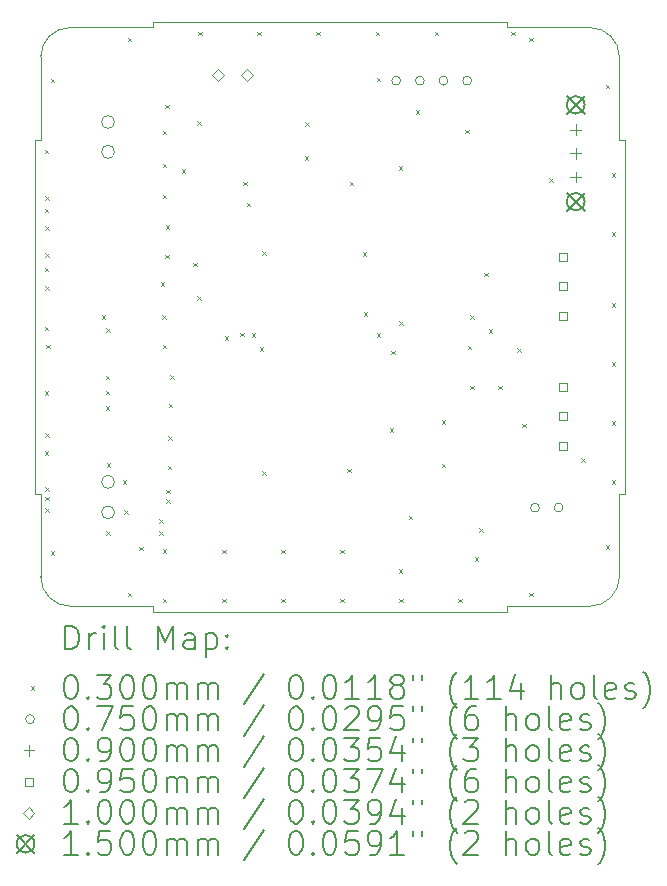
<source format=gbr>
%TF.GenerationSoftware,KiCad,Pcbnew,7.0.7-7.0.7~ubuntu23.04.1*%
%TF.CreationDate,2023-09-19T04:43:30+00:00*%
%TF.ProjectId,m5-pantilt,6d352d70-616e-4746-996c-742e6b696361,1*%
%TF.SameCoordinates,Original*%
%TF.FileFunction,Drillmap*%
%TF.FilePolarity,Positive*%
%FSLAX45Y45*%
G04 Gerber Fmt 4.5, Leading zero omitted, Abs format (unit mm)*
G04 Created by KiCad (PCBNEW 7.0.7-7.0.7~ubuntu23.04.1) date 2023-09-19 04:43:30*
%MOMM*%
%LPD*%
G01*
G04 APERTURE LIST*
%ADD10C,0.050000*%
%ADD11C,0.200000*%
%ADD12C,0.030000*%
%ADD13C,0.075000*%
%ADD14C,0.090000*%
%ADD15C,0.095000*%
%ADD16C,0.100000*%
%ADD17C,0.150000*%
G04 APERTURE END LIST*
D10*
X14000000Y-10000000D02*
X11000000Y-10000000D01*
X14950000Y-5300000D02*
X14950000Y-6000000D01*
X14700000Y-5050000D02*
X14000000Y-5050000D01*
X10050000Y-9700000D02*
X10050000Y-9000000D01*
X10050000Y-5300000D02*
X10050000Y-6000000D01*
X10300000Y-5050000D02*
G75*
G03*
X10050000Y-5300000I0J-250000D01*
G01*
X14950000Y-6000000D02*
X15000000Y-6000000D01*
X14950000Y-9000000D02*
X15000000Y-9000000D01*
X14000000Y-9950000D02*
X14000000Y-10000000D01*
X11000000Y-9950000D02*
X11000000Y-10000000D01*
X10050000Y-9000000D02*
X10000000Y-9000000D01*
X10000000Y-6000000D02*
X10050000Y-6000000D01*
X11000000Y-5000000D02*
X11000000Y-5050000D01*
X10675000Y-8897640D02*
G75*
G03*
X10675000Y-8897640I-55000J0D01*
G01*
X10000000Y-9000000D02*
X10000000Y-6000000D01*
X10050000Y-9700000D02*
G75*
G03*
X10300000Y-9950000I250000J0D01*
G01*
X10300000Y-9950000D02*
X11000000Y-9950000D01*
X10675000Y-6102956D02*
G75*
G03*
X10675000Y-6102956I-55000J0D01*
G01*
X14700000Y-9950000D02*
G75*
G03*
X14950000Y-9700000I0J250000D01*
G01*
X14950000Y-5300000D02*
G75*
G03*
X14700000Y-5050000I-250000J0D01*
G01*
X11000000Y-5000000D02*
X14000000Y-5000000D01*
X10675000Y-5850000D02*
G75*
G03*
X10675000Y-5850000I-55000J0D01*
G01*
X14950000Y-9700000D02*
X14950000Y-9000000D01*
X10675000Y-9155000D02*
G75*
G03*
X10675000Y-9155000I-55000J0D01*
G01*
X10300000Y-5050000D02*
X11000000Y-5050000D01*
X15000000Y-6000000D02*
X15000000Y-9000000D01*
X14000000Y-5000000D02*
X14000000Y-5050000D01*
X14700000Y-9950000D02*
X14000000Y-9950000D01*
D11*
D12*
X10085000Y-6085000D02*
X10115000Y-6115000D01*
X10115000Y-6085000D02*
X10085000Y-6115000D01*
X10085000Y-6585000D02*
X10115000Y-6615000D01*
X10115000Y-6585000D02*
X10085000Y-6615000D01*
X10085000Y-7085000D02*
X10115000Y-7115000D01*
X10115000Y-7085000D02*
X10085000Y-7115000D01*
X10085000Y-7585000D02*
X10115000Y-7615000D01*
X10115000Y-7585000D02*
X10085000Y-7615000D01*
X10085000Y-8130000D02*
X10115000Y-8160000D01*
X10115000Y-8130000D02*
X10085000Y-8160000D01*
X10085000Y-8638800D02*
X10115000Y-8668800D01*
X10115000Y-8638800D02*
X10085000Y-8668800D01*
X10086600Y-6479800D02*
X10116600Y-6509800D01*
X10116600Y-6479800D02*
X10086600Y-6509800D01*
X10086600Y-6733800D02*
X10116600Y-6763800D01*
X10116600Y-6733800D02*
X10086600Y-6763800D01*
X10086600Y-6962400D02*
X10116600Y-6992400D01*
X10116600Y-6962400D02*
X10086600Y-6992400D01*
X10086600Y-7241800D02*
X10116600Y-7271800D01*
X10116600Y-7241800D02*
X10086600Y-7271800D01*
X10086600Y-8486400D02*
X10116600Y-8516400D01*
X10116600Y-8486400D02*
X10086600Y-8516400D01*
X10086600Y-8943600D02*
X10116600Y-8973600D01*
X10116600Y-8943600D02*
X10086600Y-8973600D01*
X10086600Y-9023550D02*
X10116600Y-9053550D01*
X10116600Y-9023550D02*
X10086600Y-9053550D01*
X10086600Y-9121400D02*
X10116600Y-9151400D01*
X10116600Y-9121400D02*
X10086600Y-9151400D01*
X10095000Y-7735000D02*
X10125000Y-7765000D01*
X10125000Y-7735000D02*
X10095000Y-7765000D01*
X10135000Y-5485000D02*
X10165000Y-5515000D01*
X10165000Y-5485000D02*
X10135000Y-5515000D01*
X10135000Y-9485000D02*
X10165000Y-9515000D01*
X10165000Y-9485000D02*
X10135000Y-9515000D01*
X10565000Y-7485000D02*
X10595000Y-7515000D01*
X10595000Y-7485000D02*
X10565000Y-7515000D01*
X10600000Y-8000000D02*
X10630000Y-8030000D01*
X10630000Y-8000000D02*
X10600000Y-8030000D01*
X10600000Y-8125000D02*
X10630000Y-8155000D01*
X10630000Y-8125000D02*
X10600000Y-8155000D01*
X10600000Y-8255000D02*
X10630000Y-8285000D01*
X10630000Y-8255000D02*
X10600000Y-8285000D01*
X10605000Y-7595000D02*
X10635000Y-7625000D01*
X10635000Y-7595000D02*
X10605000Y-7625000D01*
X10605000Y-9315000D02*
X10635000Y-9345000D01*
X10635000Y-9315000D02*
X10605000Y-9345000D01*
X10610000Y-8740000D02*
X10640000Y-8770000D01*
X10640000Y-8740000D02*
X10610000Y-8770000D01*
X10745000Y-8882640D02*
X10775000Y-8912640D01*
X10775000Y-8882640D02*
X10745000Y-8912640D01*
X10755000Y-9135000D02*
X10785000Y-9165000D01*
X10785000Y-9135000D02*
X10755000Y-9165000D01*
X10785000Y-5135000D02*
X10815000Y-5165000D01*
X10815000Y-5135000D02*
X10785000Y-5165000D01*
X10785000Y-9835000D02*
X10815000Y-9865000D01*
X10815000Y-9835000D02*
X10785000Y-9865000D01*
X10885000Y-9445000D02*
X10915000Y-9475000D01*
X10915000Y-9445000D02*
X10885000Y-9475000D01*
X11055000Y-9215000D02*
X11085000Y-9245000D01*
X11085000Y-9215000D02*
X11055000Y-9245000D01*
X11055000Y-9315000D02*
X11085000Y-9345000D01*
X11085000Y-9315000D02*
X11055000Y-9345000D01*
X11065960Y-7205160D02*
X11095960Y-7235160D01*
X11095960Y-7205160D02*
X11065960Y-7235160D01*
X11078000Y-7486000D02*
X11108000Y-7516000D01*
X11108000Y-7486000D02*
X11078000Y-7516000D01*
X11085000Y-5925000D02*
X11115000Y-5955000D01*
X11115000Y-5925000D02*
X11085000Y-5955000D01*
X11085000Y-6205000D02*
X11115000Y-6235000D01*
X11115000Y-6205000D02*
X11085000Y-6235000D01*
X11085000Y-6465000D02*
X11115000Y-6495000D01*
X11115000Y-6465000D02*
X11085000Y-6495000D01*
X11085000Y-7735000D02*
X11115000Y-7765000D01*
X11115000Y-7735000D02*
X11085000Y-7765000D01*
X11085000Y-9468000D02*
X11115000Y-9498000D01*
X11115000Y-9468000D02*
X11085000Y-9498000D01*
X11085000Y-9885000D02*
X11115000Y-9915000D01*
X11115000Y-9885000D02*
X11085000Y-9915000D01*
X11105000Y-5705000D02*
X11135000Y-5735000D01*
X11135000Y-5705000D02*
X11105000Y-5735000D01*
X11105000Y-6975000D02*
X11135000Y-7005000D01*
X11135000Y-6975000D02*
X11105000Y-7005000D01*
X11107000Y-6723000D02*
X11137000Y-6753000D01*
X11137000Y-6723000D02*
X11107000Y-6753000D01*
X11115000Y-8965000D02*
X11145000Y-8995000D01*
X11145000Y-8965000D02*
X11115000Y-8995000D01*
X11115000Y-9045000D02*
X11145000Y-9075000D01*
X11145000Y-9045000D02*
X11115000Y-9075000D01*
X11126000Y-8759000D02*
X11156000Y-8789000D01*
X11156000Y-8759000D02*
X11126000Y-8789000D01*
X11128000Y-8511800D02*
X11158000Y-8541800D01*
X11158000Y-8511800D02*
X11128000Y-8541800D01*
X11135000Y-8235000D02*
X11165000Y-8265000D01*
X11165000Y-8235000D02*
X11135000Y-8265000D01*
X11145000Y-7995000D02*
X11175000Y-8025000D01*
X11175000Y-7995000D02*
X11145000Y-8025000D01*
X11245000Y-6250000D02*
X11275000Y-6280000D01*
X11275000Y-6250000D02*
X11245000Y-6280000D01*
X11340000Y-7040000D02*
X11370000Y-7070000D01*
X11370000Y-7040000D02*
X11340000Y-7070000D01*
X11375000Y-5845000D02*
X11405000Y-5875000D01*
X11405000Y-5845000D02*
X11375000Y-5875000D01*
X11375000Y-7325000D02*
X11405000Y-7355000D01*
X11405000Y-7325000D02*
X11375000Y-7355000D01*
X11385000Y-5085000D02*
X11415000Y-5115000D01*
X11415000Y-5085000D02*
X11385000Y-5115000D01*
X11585000Y-9470000D02*
X11615000Y-9500000D01*
X11615000Y-9470000D02*
X11585000Y-9500000D01*
X11585000Y-9885000D02*
X11615000Y-9915000D01*
X11615000Y-9885000D02*
X11585000Y-9915000D01*
X11610000Y-7665000D02*
X11640000Y-7695000D01*
X11640000Y-7665000D02*
X11610000Y-7695000D01*
X11740000Y-7635000D02*
X11770000Y-7665000D01*
X11770000Y-7635000D02*
X11740000Y-7665000D01*
X11765000Y-6355000D02*
X11795000Y-6385000D01*
X11795000Y-6355000D02*
X11765000Y-6385000D01*
X11795048Y-6534952D02*
X11825048Y-6564952D01*
X11825048Y-6534952D02*
X11795048Y-6564952D01*
X11835000Y-7638401D02*
X11865000Y-7668401D01*
X11865000Y-7638401D02*
X11835000Y-7668401D01*
X11885000Y-5085000D02*
X11915000Y-5115000D01*
X11915000Y-5085000D02*
X11885000Y-5115000D01*
X11905000Y-7755000D02*
X11935000Y-7785000D01*
X11935000Y-7755000D02*
X11905000Y-7785000D01*
X11925000Y-6945000D02*
X11955000Y-6975000D01*
X11955000Y-6945000D02*
X11925000Y-6975000D01*
X11925000Y-8805000D02*
X11955000Y-8835000D01*
X11955000Y-8805000D02*
X11925000Y-8835000D01*
X12085000Y-9470000D02*
X12115000Y-9500000D01*
X12115000Y-9470000D02*
X12085000Y-9500000D01*
X12085000Y-9885000D02*
X12115000Y-9915000D01*
X12115000Y-9885000D02*
X12085000Y-9915000D01*
X12285000Y-6140000D02*
X12315000Y-6170000D01*
X12315000Y-6140000D02*
X12285000Y-6170000D01*
X12290000Y-5850000D02*
X12320000Y-5880000D01*
X12320000Y-5850000D02*
X12290000Y-5880000D01*
X12385000Y-5085000D02*
X12415000Y-5115000D01*
X12415000Y-5085000D02*
X12385000Y-5115000D01*
X12585000Y-9470000D02*
X12615000Y-9500000D01*
X12615000Y-9470000D02*
X12585000Y-9500000D01*
X12585000Y-9885000D02*
X12615000Y-9915000D01*
X12615000Y-9885000D02*
X12585000Y-9915000D01*
X12645000Y-8785000D02*
X12675000Y-8815000D01*
X12675000Y-8785000D02*
X12645000Y-8815000D01*
X12665000Y-6355000D02*
X12695000Y-6385000D01*
X12695000Y-6355000D02*
X12665000Y-6385000D01*
X12775000Y-6955000D02*
X12805000Y-6985000D01*
X12805000Y-6955000D02*
X12775000Y-6985000D01*
X12785000Y-7460000D02*
X12815000Y-7490000D01*
X12815000Y-7460000D02*
X12785000Y-7490000D01*
X12885000Y-5085000D02*
X12915000Y-5115000D01*
X12915000Y-5085000D02*
X12885000Y-5115000D01*
X12895000Y-5475000D02*
X12925000Y-5505000D01*
X12925000Y-5475000D02*
X12895000Y-5505000D01*
X12895000Y-7638401D02*
X12925000Y-7668401D01*
X12925000Y-7638401D02*
X12895000Y-7668401D01*
X13005000Y-8445000D02*
X13035000Y-8475000D01*
X13035000Y-8445000D02*
X13005000Y-8475000D01*
X13020000Y-7785000D02*
X13050000Y-7815000D01*
X13050000Y-7785000D02*
X13020000Y-7815000D01*
X13080000Y-6225000D02*
X13110000Y-6255000D01*
X13110000Y-6225000D02*
X13080000Y-6255000D01*
X13083000Y-9638000D02*
X13113000Y-9668000D01*
X13113000Y-9638000D02*
X13083000Y-9668000D01*
X13085000Y-7535000D02*
X13115000Y-7565000D01*
X13115000Y-7535000D02*
X13085000Y-7565000D01*
X13085000Y-9885000D02*
X13115000Y-9915000D01*
X13115000Y-9885000D02*
X13085000Y-9915000D01*
X13165000Y-9185000D02*
X13195000Y-9215000D01*
X13195000Y-9185000D02*
X13165000Y-9215000D01*
X13225000Y-5750000D02*
X13255000Y-5780000D01*
X13255000Y-5750000D02*
X13225000Y-5780000D01*
X13385000Y-5085000D02*
X13415000Y-5115000D01*
X13415000Y-5085000D02*
X13385000Y-5115000D01*
X13445000Y-8375000D02*
X13475000Y-8405000D01*
X13475000Y-8375000D02*
X13445000Y-8405000D01*
X13445000Y-8745000D02*
X13475000Y-8775000D01*
X13475000Y-8745000D02*
X13445000Y-8775000D01*
X13585000Y-9885000D02*
X13615000Y-9915000D01*
X13615000Y-9885000D02*
X13585000Y-9915000D01*
X13645000Y-5915000D02*
X13675000Y-5945000D01*
X13675000Y-5915000D02*
X13645000Y-5945000D01*
X13665000Y-7745000D02*
X13695000Y-7775000D01*
X13695000Y-7745000D02*
X13665000Y-7775000D01*
X13685000Y-7485000D02*
X13715000Y-7515000D01*
X13715000Y-7485000D02*
X13685000Y-7515000D01*
X13685000Y-8085000D02*
X13715000Y-8115000D01*
X13715000Y-8085000D02*
X13685000Y-8115000D01*
X13723000Y-9534000D02*
X13753000Y-9564000D01*
X13753000Y-9534000D02*
X13723000Y-9564000D01*
X13764520Y-9291580D02*
X13794520Y-9321580D01*
X13794520Y-9291580D02*
X13764520Y-9321580D01*
X13805000Y-7125000D02*
X13835000Y-7155000D01*
X13835000Y-7125000D02*
X13805000Y-7155000D01*
X13845000Y-7605000D02*
X13875000Y-7635000D01*
X13875000Y-7605000D02*
X13845000Y-7635000D01*
X13925000Y-8081300D02*
X13955000Y-8111300D01*
X13955000Y-8081300D02*
X13925000Y-8111300D01*
X14035000Y-5085000D02*
X14065000Y-5115000D01*
X14065000Y-5085000D02*
X14035000Y-5115000D01*
X14085000Y-7765000D02*
X14115000Y-7795000D01*
X14115000Y-7765000D02*
X14085000Y-7795000D01*
X14125000Y-8405000D02*
X14155000Y-8435000D01*
X14155000Y-8405000D02*
X14125000Y-8435000D01*
X14185000Y-5135000D02*
X14215000Y-5165000D01*
X14215000Y-5135000D02*
X14185000Y-5165000D01*
X14185000Y-9835000D02*
X14215000Y-9865000D01*
X14215000Y-9835000D02*
X14185000Y-9865000D01*
X14355000Y-6325000D02*
X14385000Y-6355000D01*
X14385000Y-6325000D02*
X14355000Y-6355000D01*
X14625000Y-8695000D02*
X14655000Y-8725000D01*
X14655000Y-8695000D02*
X14625000Y-8725000D01*
X14835000Y-5535000D02*
X14865000Y-5565000D01*
X14865000Y-5535000D02*
X14835000Y-5565000D01*
X14835000Y-9435000D02*
X14865000Y-9465000D01*
X14865000Y-9435000D02*
X14835000Y-9465000D01*
X14885000Y-6285000D02*
X14915000Y-6315000D01*
X14915000Y-6285000D02*
X14885000Y-6315000D01*
X14885000Y-6785000D02*
X14915000Y-6815000D01*
X14915000Y-6785000D02*
X14885000Y-6815000D01*
X14885000Y-7385000D02*
X14915000Y-7415000D01*
X14915000Y-7385000D02*
X14885000Y-7415000D01*
X14885000Y-7885000D02*
X14915000Y-7915000D01*
X14915000Y-7885000D02*
X14885000Y-7915000D01*
X14885000Y-8385000D02*
X14915000Y-8415000D01*
X14915000Y-8385000D02*
X14885000Y-8415000D01*
X14885000Y-8885000D02*
X14915000Y-8915000D01*
X14915000Y-8885000D02*
X14885000Y-8915000D01*
D13*
X13097500Y-5500000D02*
G75*
G03*
X13097500Y-5500000I-37500J0D01*
G01*
X13297500Y-5500000D02*
G75*
G03*
X13297500Y-5500000I-37500J0D01*
G01*
X13497500Y-5500000D02*
G75*
G03*
X13497500Y-5500000I-37500J0D01*
G01*
X13697500Y-5500000D02*
G75*
G03*
X13697500Y-5500000I-37500J0D01*
G01*
X14272500Y-9115000D02*
G75*
G03*
X14272500Y-9115000I-37500J0D01*
G01*
X14472500Y-9115000D02*
G75*
G03*
X14472500Y-9115000I-37500J0D01*
G01*
D14*
X14580000Y-5870000D02*
X14580000Y-5960000D01*
X14535000Y-5915000D02*
X14625000Y-5915000D01*
X14580000Y-6070000D02*
X14580000Y-6160000D01*
X14535000Y-6115000D02*
X14625000Y-6115000D01*
X14580000Y-6270000D02*
X14580000Y-6360000D01*
X14535000Y-6315000D02*
X14625000Y-6315000D01*
D15*
X14503588Y-7023588D02*
X14503588Y-6956412D01*
X14436412Y-6956412D01*
X14436412Y-7023588D01*
X14503588Y-7023588D01*
X14503588Y-7273588D02*
X14503588Y-7206412D01*
X14436412Y-7206412D01*
X14436412Y-7273588D01*
X14503588Y-7273588D01*
X14503588Y-7523588D02*
X14503588Y-7456412D01*
X14436412Y-7456412D01*
X14436412Y-7523588D01*
X14503588Y-7523588D01*
X14503588Y-8123588D02*
X14503588Y-8056412D01*
X14436412Y-8056412D01*
X14436412Y-8123588D01*
X14503588Y-8123588D01*
X14503588Y-8373588D02*
X14503588Y-8306412D01*
X14436412Y-8306412D01*
X14436412Y-8373588D01*
X14503588Y-8373588D01*
X14503588Y-8623588D02*
X14503588Y-8556412D01*
X14436412Y-8556412D01*
X14436412Y-8623588D01*
X14503588Y-8623588D01*
D16*
X11550000Y-5502500D02*
X11600000Y-5452500D01*
X11550000Y-5402500D01*
X11500000Y-5452500D01*
X11550000Y-5502500D01*
X11800000Y-5502500D02*
X11850000Y-5452500D01*
X11800000Y-5402500D01*
X11750000Y-5452500D01*
X11800000Y-5502500D01*
D17*
X14505000Y-5630000D02*
X14655000Y-5780000D01*
X14655000Y-5630000D02*
X14505000Y-5780000D01*
X14655000Y-5705000D02*
G75*
G03*
X14655000Y-5705000I-75000J0D01*
G01*
X14505000Y-6450000D02*
X14655000Y-6600000D01*
X14655000Y-6450000D02*
X14505000Y-6600000D01*
X14655000Y-6525000D02*
G75*
G03*
X14655000Y-6525000I-75000J0D01*
G01*
D11*
X10258277Y-10313984D02*
X10258277Y-10113984D01*
X10258277Y-10113984D02*
X10305896Y-10113984D01*
X10305896Y-10113984D02*
X10334467Y-10123508D01*
X10334467Y-10123508D02*
X10353515Y-10142555D01*
X10353515Y-10142555D02*
X10363039Y-10161603D01*
X10363039Y-10161603D02*
X10372563Y-10199698D01*
X10372563Y-10199698D02*
X10372563Y-10228270D01*
X10372563Y-10228270D02*
X10363039Y-10266365D01*
X10363039Y-10266365D02*
X10353515Y-10285412D01*
X10353515Y-10285412D02*
X10334467Y-10304460D01*
X10334467Y-10304460D02*
X10305896Y-10313984D01*
X10305896Y-10313984D02*
X10258277Y-10313984D01*
X10458277Y-10313984D02*
X10458277Y-10180650D01*
X10458277Y-10218746D02*
X10467801Y-10199698D01*
X10467801Y-10199698D02*
X10477324Y-10190174D01*
X10477324Y-10190174D02*
X10496372Y-10180650D01*
X10496372Y-10180650D02*
X10515420Y-10180650D01*
X10582086Y-10313984D02*
X10582086Y-10180650D01*
X10582086Y-10113984D02*
X10572563Y-10123508D01*
X10572563Y-10123508D02*
X10582086Y-10133031D01*
X10582086Y-10133031D02*
X10591610Y-10123508D01*
X10591610Y-10123508D02*
X10582086Y-10113984D01*
X10582086Y-10113984D02*
X10582086Y-10133031D01*
X10705896Y-10313984D02*
X10686848Y-10304460D01*
X10686848Y-10304460D02*
X10677324Y-10285412D01*
X10677324Y-10285412D02*
X10677324Y-10113984D01*
X10810658Y-10313984D02*
X10791610Y-10304460D01*
X10791610Y-10304460D02*
X10782086Y-10285412D01*
X10782086Y-10285412D02*
X10782086Y-10113984D01*
X11039229Y-10313984D02*
X11039229Y-10113984D01*
X11039229Y-10113984D02*
X11105896Y-10256841D01*
X11105896Y-10256841D02*
X11172563Y-10113984D01*
X11172563Y-10113984D02*
X11172563Y-10313984D01*
X11353515Y-10313984D02*
X11353515Y-10209222D01*
X11353515Y-10209222D02*
X11343991Y-10190174D01*
X11343991Y-10190174D02*
X11324943Y-10180650D01*
X11324943Y-10180650D02*
X11286848Y-10180650D01*
X11286848Y-10180650D02*
X11267801Y-10190174D01*
X11353515Y-10304460D02*
X11334467Y-10313984D01*
X11334467Y-10313984D02*
X11286848Y-10313984D01*
X11286848Y-10313984D02*
X11267801Y-10304460D01*
X11267801Y-10304460D02*
X11258277Y-10285412D01*
X11258277Y-10285412D02*
X11258277Y-10266365D01*
X11258277Y-10266365D02*
X11267801Y-10247317D01*
X11267801Y-10247317D02*
X11286848Y-10237793D01*
X11286848Y-10237793D02*
X11334467Y-10237793D01*
X11334467Y-10237793D02*
X11353515Y-10228270D01*
X11448753Y-10180650D02*
X11448753Y-10380650D01*
X11448753Y-10190174D02*
X11467801Y-10180650D01*
X11467801Y-10180650D02*
X11505896Y-10180650D01*
X11505896Y-10180650D02*
X11524943Y-10190174D01*
X11524943Y-10190174D02*
X11534467Y-10199698D01*
X11534467Y-10199698D02*
X11543991Y-10218746D01*
X11543991Y-10218746D02*
X11543991Y-10275889D01*
X11543991Y-10275889D02*
X11534467Y-10294936D01*
X11534467Y-10294936D02*
X11524943Y-10304460D01*
X11524943Y-10304460D02*
X11505896Y-10313984D01*
X11505896Y-10313984D02*
X11467801Y-10313984D01*
X11467801Y-10313984D02*
X11448753Y-10304460D01*
X11629705Y-10294936D02*
X11639229Y-10304460D01*
X11639229Y-10304460D02*
X11629705Y-10313984D01*
X11629705Y-10313984D02*
X11620182Y-10304460D01*
X11620182Y-10304460D02*
X11629705Y-10294936D01*
X11629705Y-10294936D02*
X11629705Y-10313984D01*
X11629705Y-10190174D02*
X11639229Y-10199698D01*
X11639229Y-10199698D02*
X11629705Y-10209222D01*
X11629705Y-10209222D02*
X11620182Y-10199698D01*
X11620182Y-10199698D02*
X11629705Y-10190174D01*
X11629705Y-10190174D02*
X11629705Y-10209222D01*
D12*
X9967500Y-10627500D02*
X9997500Y-10657500D01*
X9997500Y-10627500D02*
X9967500Y-10657500D01*
D11*
X10296372Y-10533984D02*
X10315420Y-10533984D01*
X10315420Y-10533984D02*
X10334467Y-10543508D01*
X10334467Y-10543508D02*
X10343991Y-10553031D01*
X10343991Y-10553031D02*
X10353515Y-10572079D01*
X10353515Y-10572079D02*
X10363039Y-10610174D01*
X10363039Y-10610174D02*
X10363039Y-10657793D01*
X10363039Y-10657793D02*
X10353515Y-10695889D01*
X10353515Y-10695889D02*
X10343991Y-10714936D01*
X10343991Y-10714936D02*
X10334467Y-10724460D01*
X10334467Y-10724460D02*
X10315420Y-10733984D01*
X10315420Y-10733984D02*
X10296372Y-10733984D01*
X10296372Y-10733984D02*
X10277324Y-10724460D01*
X10277324Y-10724460D02*
X10267801Y-10714936D01*
X10267801Y-10714936D02*
X10258277Y-10695889D01*
X10258277Y-10695889D02*
X10248753Y-10657793D01*
X10248753Y-10657793D02*
X10248753Y-10610174D01*
X10248753Y-10610174D02*
X10258277Y-10572079D01*
X10258277Y-10572079D02*
X10267801Y-10553031D01*
X10267801Y-10553031D02*
X10277324Y-10543508D01*
X10277324Y-10543508D02*
X10296372Y-10533984D01*
X10448753Y-10714936D02*
X10458277Y-10724460D01*
X10458277Y-10724460D02*
X10448753Y-10733984D01*
X10448753Y-10733984D02*
X10439229Y-10724460D01*
X10439229Y-10724460D02*
X10448753Y-10714936D01*
X10448753Y-10714936D02*
X10448753Y-10733984D01*
X10524944Y-10533984D02*
X10648753Y-10533984D01*
X10648753Y-10533984D02*
X10582086Y-10610174D01*
X10582086Y-10610174D02*
X10610658Y-10610174D01*
X10610658Y-10610174D02*
X10629705Y-10619698D01*
X10629705Y-10619698D02*
X10639229Y-10629222D01*
X10639229Y-10629222D02*
X10648753Y-10648270D01*
X10648753Y-10648270D02*
X10648753Y-10695889D01*
X10648753Y-10695889D02*
X10639229Y-10714936D01*
X10639229Y-10714936D02*
X10629705Y-10724460D01*
X10629705Y-10724460D02*
X10610658Y-10733984D01*
X10610658Y-10733984D02*
X10553515Y-10733984D01*
X10553515Y-10733984D02*
X10534467Y-10724460D01*
X10534467Y-10724460D02*
X10524944Y-10714936D01*
X10772563Y-10533984D02*
X10791610Y-10533984D01*
X10791610Y-10533984D02*
X10810658Y-10543508D01*
X10810658Y-10543508D02*
X10820182Y-10553031D01*
X10820182Y-10553031D02*
X10829705Y-10572079D01*
X10829705Y-10572079D02*
X10839229Y-10610174D01*
X10839229Y-10610174D02*
X10839229Y-10657793D01*
X10839229Y-10657793D02*
X10829705Y-10695889D01*
X10829705Y-10695889D02*
X10820182Y-10714936D01*
X10820182Y-10714936D02*
X10810658Y-10724460D01*
X10810658Y-10724460D02*
X10791610Y-10733984D01*
X10791610Y-10733984D02*
X10772563Y-10733984D01*
X10772563Y-10733984D02*
X10753515Y-10724460D01*
X10753515Y-10724460D02*
X10743991Y-10714936D01*
X10743991Y-10714936D02*
X10734467Y-10695889D01*
X10734467Y-10695889D02*
X10724944Y-10657793D01*
X10724944Y-10657793D02*
X10724944Y-10610174D01*
X10724944Y-10610174D02*
X10734467Y-10572079D01*
X10734467Y-10572079D02*
X10743991Y-10553031D01*
X10743991Y-10553031D02*
X10753515Y-10543508D01*
X10753515Y-10543508D02*
X10772563Y-10533984D01*
X10963039Y-10533984D02*
X10982086Y-10533984D01*
X10982086Y-10533984D02*
X11001134Y-10543508D01*
X11001134Y-10543508D02*
X11010658Y-10553031D01*
X11010658Y-10553031D02*
X11020182Y-10572079D01*
X11020182Y-10572079D02*
X11029705Y-10610174D01*
X11029705Y-10610174D02*
X11029705Y-10657793D01*
X11029705Y-10657793D02*
X11020182Y-10695889D01*
X11020182Y-10695889D02*
X11010658Y-10714936D01*
X11010658Y-10714936D02*
X11001134Y-10724460D01*
X11001134Y-10724460D02*
X10982086Y-10733984D01*
X10982086Y-10733984D02*
X10963039Y-10733984D01*
X10963039Y-10733984D02*
X10943991Y-10724460D01*
X10943991Y-10724460D02*
X10934467Y-10714936D01*
X10934467Y-10714936D02*
X10924944Y-10695889D01*
X10924944Y-10695889D02*
X10915420Y-10657793D01*
X10915420Y-10657793D02*
X10915420Y-10610174D01*
X10915420Y-10610174D02*
X10924944Y-10572079D01*
X10924944Y-10572079D02*
X10934467Y-10553031D01*
X10934467Y-10553031D02*
X10943991Y-10543508D01*
X10943991Y-10543508D02*
X10963039Y-10533984D01*
X11115420Y-10733984D02*
X11115420Y-10600650D01*
X11115420Y-10619698D02*
X11124944Y-10610174D01*
X11124944Y-10610174D02*
X11143991Y-10600650D01*
X11143991Y-10600650D02*
X11172563Y-10600650D01*
X11172563Y-10600650D02*
X11191610Y-10610174D01*
X11191610Y-10610174D02*
X11201134Y-10629222D01*
X11201134Y-10629222D02*
X11201134Y-10733984D01*
X11201134Y-10629222D02*
X11210658Y-10610174D01*
X11210658Y-10610174D02*
X11229705Y-10600650D01*
X11229705Y-10600650D02*
X11258277Y-10600650D01*
X11258277Y-10600650D02*
X11277324Y-10610174D01*
X11277324Y-10610174D02*
X11286848Y-10629222D01*
X11286848Y-10629222D02*
X11286848Y-10733984D01*
X11382086Y-10733984D02*
X11382086Y-10600650D01*
X11382086Y-10619698D02*
X11391610Y-10610174D01*
X11391610Y-10610174D02*
X11410658Y-10600650D01*
X11410658Y-10600650D02*
X11439229Y-10600650D01*
X11439229Y-10600650D02*
X11458277Y-10610174D01*
X11458277Y-10610174D02*
X11467801Y-10629222D01*
X11467801Y-10629222D02*
X11467801Y-10733984D01*
X11467801Y-10629222D02*
X11477324Y-10610174D01*
X11477324Y-10610174D02*
X11496372Y-10600650D01*
X11496372Y-10600650D02*
X11524943Y-10600650D01*
X11524943Y-10600650D02*
X11543991Y-10610174D01*
X11543991Y-10610174D02*
X11553515Y-10629222D01*
X11553515Y-10629222D02*
X11553515Y-10733984D01*
X11943991Y-10524460D02*
X11772563Y-10781603D01*
X12201134Y-10533984D02*
X12220182Y-10533984D01*
X12220182Y-10533984D02*
X12239229Y-10543508D01*
X12239229Y-10543508D02*
X12248753Y-10553031D01*
X12248753Y-10553031D02*
X12258277Y-10572079D01*
X12258277Y-10572079D02*
X12267801Y-10610174D01*
X12267801Y-10610174D02*
X12267801Y-10657793D01*
X12267801Y-10657793D02*
X12258277Y-10695889D01*
X12258277Y-10695889D02*
X12248753Y-10714936D01*
X12248753Y-10714936D02*
X12239229Y-10724460D01*
X12239229Y-10724460D02*
X12220182Y-10733984D01*
X12220182Y-10733984D02*
X12201134Y-10733984D01*
X12201134Y-10733984D02*
X12182086Y-10724460D01*
X12182086Y-10724460D02*
X12172563Y-10714936D01*
X12172563Y-10714936D02*
X12163039Y-10695889D01*
X12163039Y-10695889D02*
X12153515Y-10657793D01*
X12153515Y-10657793D02*
X12153515Y-10610174D01*
X12153515Y-10610174D02*
X12163039Y-10572079D01*
X12163039Y-10572079D02*
X12172563Y-10553031D01*
X12172563Y-10553031D02*
X12182086Y-10543508D01*
X12182086Y-10543508D02*
X12201134Y-10533984D01*
X12353515Y-10714936D02*
X12363039Y-10724460D01*
X12363039Y-10724460D02*
X12353515Y-10733984D01*
X12353515Y-10733984D02*
X12343991Y-10724460D01*
X12343991Y-10724460D02*
X12353515Y-10714936D01*
X12353515Y-10714936D02*
X12353515Y-10733984D01*
X12486848Y-10533984D02*
X12505896Y-10533984D01*
X12505896Y-10533984D02*
X12524944Y-10543508D01*
X12524944Y-10543508D02*
X12534467Y-10553031D01*
X12534467Y-10553031D02*
X12543991Y-10572079D01*
X12543991Y-10572079D02*
X12553515Y-10610174D01*
X12553515Y-10610174D02*
X12553515Y-10657793D01*
X12553515Y-10657793D02*
X12543991Y-10695889D01*
X12543991Y-10695889D02*
X12534467Y-10714936D01*
X12534467Y-10714936D02*
X12524944Y-10724460D01*
X12524944Y-10724460D02*
X12505896Y-10733984D01*
X12505896Y-10733984D02*
X12486848Y-10733984D01*
X12486848Y-10733984D02*
X12467801Y-10724460D01*
X12467801Y-10724460D02*
X12458277Y-10714936D01*
X12458277Y-10714936D02*
X12448753Y-10695889D01*
X12448753Y-10695889D02*
X12439229Y-10657793D01*
X12439229Y-10657793D02*
X12439229Y-10610174D01*
X12439229Y-10610174D02*
X12448753Y-10572079D01*
X12448753Y-10572079D02*
X12458277Y-10553031D01*
X12458277Y-10553031D02*
X12467801Y-10543508D01*
X12467801Y-10543508D02*
X12486848Y-10533984D01*
X12743991Y-10733984D02*
X12629706Y-10733984D01*
X12686848Y-10733984D02*
X12686848Y-10533984D01*
X12686848Y-10533984D02*
X12667801Y-10562555D01*
X12667801Y-10562555D02*
X12648753Y-10581603D01*
X12648753Y-10581603D02*
X12629706Y-10591127D01*
X12934467Y-10733984D02*
X12820182Y-10733984D01*
X12877325Y-10733984D02*
X12877325Y-10533984D01*
X12877325Y-10533984D02*
X12858277Y-10562555D01*
X12858277Y-10562555D02*
X12839229Y-10581603D01*
X12839229Y-10581603D02*
X12820182Y-10591127D01*
X13048753Y-10619698D02*
X13029706Y-10610174D01*
X13029706Y-10610174D02*
X13020182Y-10600650D01*
X13020182Y-10600650D02*
X13010658Y-10581603D01*
X13010658Y-10581603D02*
X13010658Y-10572079D01*
X13010658Y-10572079D02*
X13020182Y-10553031D01*
X13020182Y-10553031D02*
X13029706Y-10543508D01*
X13029706Y-10543508D02*
X13048753Y-10533984D01*
X13048753Y-10533984D02*
X13086848Y-10533984D01*
X13086848Y-10533984D02*
X13105896Y-10543508D01*
X13105896Y-10543508D02*
X13115420Y-10553031D01*
X13115420Y-10553031D02*
X13124944Y-10572079D01*
X13124944Y-10572079D02*
X13124944Y-10581603D01*
X13124944Y-10581603D02*
X13115420Y-10600650D01*
X13115420Y-10600650D02*
X13105896Y-10610174D01*
X13105896Y-10610174D02*
X13086848Y-10619698D01*
X13086848Y-10619698D02*
X13048753Y-10619698D01*
X13048753Y-10619698D02*
X13029706Y-10629222D01*
X13029706Y-10629222D02*
X13020182Y-10638746D01*
X13020182Y-10638746D02*
X13010658Y-10657793D01*
X13010658Y-10657793D02*
X13010658Y-10695889D01*
X13010658Y-10695889D02*
X13020182Y-10714936D01*
X13020182Y-10714936D02*
X13029706Y-10724460D01*
X13029706Y-10724460D02*
X13048753Y-10733984D01*
X13048753Y-10733984D02*
X13086848Y-10733984D01*
X13086848Y-10733984D02*
X13105896Y-10724460D01*
X13105896Y-10724460D02*
X13115420Y-10714936D01*
X13115420Y-10714936D02*
X13124944Y-10695889D01*
X13124944Y-10695889D02*
X13124944Y-10657793D01*
X13124944Y-10657793D02*
X13115420Y-10638746D01*
X13115420Y-10638746D02*
X13105896Y-10629222D01*
X13105896Y-10629222D02*
X13086848Y-10619698D01*
X13201134Y-10533984D02*
X13201134Y-10572079D01*
X13277325Y-10533984D02*
X13277325Y-10572079D01*
X13572563Y-10810174D02*
X13563039Y-10800650D01*
X13563039Y-10800650D02*
X13543991Y-10772079D01*
X13543991Y-10772079D02*
X13534468Y-10753031D01*
X13534468Y-10753031D02*
X13524944Y-10724460D01*
X13524944Y-10724460D02*
X13515420Y-10676841D01*
X13515420Y-10676841D02*
X13515420Y-10638746D01*
X13515420Y-10638746D02*
X13524944Y-10591127D01*
X13524944Y-10591127D02*
X13534468Y-10562555D01*
X13534468Y-10562555D02*
X13543991Y-10543508D01*
X13543991Y-10543508D02*
X13563039Y-10514936D01*
X13563039Y-10514936D02*
X13572563Y-10505412D01*
X13753515Y-10733984D02*
X13639229Y-10733984D01*
X13696372Y-10733984D02*
X13696372Y-10533984D01*
X13696372Y-10533984D02*
X13677325Y-10562555D01*
X13677325Y-10562555D02*
X13658277Y-10581603D01*
X13658277Y-10581603D02*
X13639229Y-10591127D01*
X13943991Y-10733984D02*
X13829706Y-10733984D01*
X13886848Y-10733984D02*
X13886848Y-10533984D01*
X13886848Y-10533984D02*
X13867801Y-10562555D01*
X13867801Y-10562555D02*
X13848753Y-10581603D01*
X13848753Y-10581603D02*
X13829706Y-10591127D01*
X14115420Y-10600650D02*
X14115420Y-10733984D01*
X14067801Y-10524460D02*
X14020182Y-10667317D01*
X14020182Y-10667317D02*
X14143991Y-10667317D01*
X14372563Y-10733984D02*
X14372563Y-10533984D01*
X14458277Y-10733984D02*
X14458277Y-10629222D01*
X14458277Y-10629222D02*
X14448753Y-10610174D01*
X14448753Y-10610174D02*
X14429706Y-10600650D01*
X14429706Y-10600650D02*
X14401134Y-10600650D01*
X14401134Y-10600650D02*
X14382087Y-10610174D01*
X14382087Y-10610174D02*
X14372563Y-10619698D01*
X14582087Y-10733984D02*
X14563039Y-10724460D01*
X14563039Y-10724460D02*
X14553515Y-10714936D01*
X14553515Y-10714936D02*
X14543991Y-10695889D01*
X14543991Y-10695889D02*
X14543991Y-10638746D01*
X14543991Y-10638746D02*
X14553515Y-10619698D01*
X14553515Y-10619698D02*
X14563039Y-10610174D01*
X14563039Y-10610174D02*
X14582087Y-10600650D01*
X14582087Y-10600650D02*
X14610658Y-10600650D01*
X14610658Y-10600650D02*
X14629706Y-10610174D01*
X14629706Y-10610174D02*
X14639230Y-10619698D01*
X14639230Y-10619698D02*
X14648753Y-10638746D01*
X14648753Y-10638746D02*
X14648753Y-10695889D01*
X14648753Y-10695889D02*
X14639230Y-10714936D01*
X14639230Y-10714936D02*
X14629706Y-10724460D01*
X14629706Y-10724460D02*
X14610658Y-10733984D01*
X14610658Y-10733984D02*
X14582087Y-10733984D01*
X14763039Y-10733984D02*
X14743991Y-10724460D01*
X14743991Y-10724460D02*
X14734468Y-10705412D01*
X14734468Y-10705412D02*
X14734468Y-10533984D01*
X14915420Y-10724460D02*
X14896372Y-10733984D01*
X14896372Y-10733984D02*
X14858277Y-10733984D01*
X14858277Y-10733984D02*
X14839230Y-10724460D01*
X14839230Y-10724460D02*
X14829706Y-10705412D01*
X14829706Y-10705412D02*
X14829706Y-10629222D01*
X14829706Y-10629222D02*
X14839230Y-10610174D01*
X14839230Y-10610174D02*
X14858277Y-10600650D01*
X14858277Y-10600650D02*
X14896372Y-10600650D01*
X14896372Y-10600650D02*
X14915420Y-10610174D01*
X14915420Y-10610174D02*
X14924944Y-10629222D01*
X14924944Y-10629222D02*
X14924944Y-10648270D01*
X14924944Y-10648270D02*
X14829706Y-10667317D01*
X15001134Y-10724460D02*
X15020182Y-10733984D01*
X15020182Y-10733984D02*
X15058277Y-10733984D01*
X15058277Y-10733984D02*
X15077325Y-10724460D01*
X15077325Y-10724460D02*
X15086849Y-10705412D01*
X15086849Y-10705412D02*
X15086849Y-10695889D01*
X15086849Y-10695889D02*
X15077325Y-10676841D01*
X15077325Y-10676841D02*
X15058277Y-10667317D01*
X15058277Y-10667317D02*
X15029706Y-10667317D01*
X15029706Y-10667317D02*
X15010658Y-10657793D01*
X15010658Y-10657793D02*
X15001134Y-10638746D01*
X15001134Y-10638746D02*
X15001134Y-10629222D01*
X15001134Y-10629222D02*
X15010658Y-10610174D01*
X15010658Y-10610174D02*
X15029706Y-10600650D01*
X15029706Y-10600650D02*
X15058277Y-10600650D01*
X15058277Y-10600650D02*
X15077325Y-10610174D01*
X15153515Y-10810174D02*
X15163039Y-10800650D01*
X15163039Y-10800650D02*
X15182087Y-10772079D01*
X15182087Y-10772079D02*
X15191611Y-10753031D01*
X15191611Y-10753031D02*
X15201134Y-10724460D01*
X15201134Y-10724460D02*
X15210658Y-10676841D01*
X15210658Y-10676841D02*
X15210658Y-10638746D01*
X15210658Y-10638746D02*
X15201134Y-10591127D01*
X15201134Y-10591127D02*
X15191611Y-10562555D01*
X15191611Y-10562555D02*
X15182087Y-10543508D01*
X15182087Y-10543508D02*
X15163039Y-10514936D01*
X15163039Y-10514936D02*
X15153515Y-10505412D01*
D13*
X9997500Y-10906500D02*
G75*
G03*
X9997500Y-10906500I-37500J0D01*
G01*
D11*
X10296372Y-10797984D02*
X10315420Y-10797984D01*
X10315420Y-10797984D02*
X10334467Y-10807508D01*
X10334467Y-10807508D02*
X10343991Y-10817031D01*
X10343991Y-10817031D02*
X10353515Y-10836079D01*
X10353515Y-10836079D02*
X10363039Y-10874174D01*
X10363039Y-10874174D02*
X10363039Y-10921793D01*
X10363039Y-10921793D02*
X10353515Y-10959889D01*
X10353515Y-10959889D02*
X10343991Y-10978936D01*
X10343991Y-10978936D02*
X10334467Y-10988460D01*
X10334467Y-10988460D02*
X10315420Y-10997984D01*
X10315420Y-10997984D02*
X10296372Y-10997984D01*
X10296372Y-10997984D02*
X10277324Y-10988460D01*
X10277324Y-10988460D02*
X10267801Y-10978936D01*
X10267801Y-10978936D02*
X10258277Y-10959889D01*
X10258277Y-10959889D02*
X10248753Y-10921793D01*
X10248753Y-10921793D02*
X10248753Y-10874174D01*
X10248753Y-10874174D02*
X10258277Y-10836079D01*
X10258277Y-10836079D02*
X10267801Y-10817031D01*
X10267801Y-10817031D02*
X10277324Y-10807508D01*
X10277324Y-10807508D02*
X10296372Y-10797984D01*
X10448753Y-10978936D02*
X10458277Y-10988460D01*
X10458277Y-10988460D02*
X10448753Y-10997984D01*
X10448753Y-10997984D02*
X10439229Y-10988460D01*
X10439229Y-10988460D02*
X10448753Y-10978936D01*
X10448753Y-10978936D02*
X10448753Y-10997984D01*
X10524944Y-10797984D02*
X10658277Y-10797984D01*
X10658277Y-10797984D02*
X10572563Y-10997984D01*
X10829705Y-10797984D02*
X10734467Y-10797984D01*
X10734467Y-10797984D02*
X10724944Y-10893222D01*
X10724944Y-10893222D02*
X10734467Y-10883698D01*
X10734467Y-10883698D02*
X10753515Y-10874174D01*
X10753515Y-10874174D02*
X10801134Y-10874174D01*
X10801134Y-10874174D02*
X10820182Y-10883698D01*
X10820182Y-10883698D02*
X10829705Y-10893222D01*
X10829705Y-10893222D02*
X10839229Y-10912270D01*
X10839229Y-10912270D02*
X10839229Y-10959889D01*
X10839229Y-10959889D02*
X10829705Y-10978936D01*
X10829705Y-10978936D02*
X10820182Y-10988460D01*
X10820182Y-10988460D02*
X10801134Y-10997984D01*
X10801134Y-10997984D02*
X10753515Y-10997984D01*
X10753515Y-10997984D02*
X10734467Y-10988460D01*
X10734467Y-10988460D02*
X10724944Y-10978936D01*
X10963039Y-10797984D02*
X10982086Y-10797984D01*
X10982086Y-10797984D02*
X11001134Y-10807508D01*
X11001134Y-10807508D02*
X11010658Y-10817031D01*
X11010658Y-10817031D02*
X11020182Y-10836079D01*
X11020182Y-10836079D02*
X11029705Y-10874174D01*
X11029705Y-10874174D02*
X11029705Y-10921793D01*
X11029705Y-10921793D02*
X11020182Y-10959889D01*
X11020182Y-10959889D02*
X11010658Y-10978936D01*
X11010658Y-10978936D02*
X11001134Y-10988460D01*
X11001134Y-10988460D02*
X10982086Y-10997984D01*
X10982086Y-10997984D02*
X10963039Y-10997984D01*
X10963039Y-10997984D02*
X10943991Y-10988460D01*
X10943991Y-10988460D02*
X10934467Y-10978936D01*
X10934467Y-10978936D02*
X10924944Y-10959889D01*
X10924944Y-10959889D02*
X10915420Y-10921793D01*
X10915420Y-10921793D02*
X10915420Y-10874174D01*
X10915420Y-10874174D02*
X10924944Y-10836079D01*
X10924944Y-10836079D02*
X10934467Y-10817031D01*
X10934467Y-10817031D02*
X10943991Y-10807508D01*
X10943991Y-10807508D02*
X10963039Y-10797984D01*
X11115420Y-10997984D02*
X11115420Y-10864650D01*
X11115420Y-10883698D02*
X11124944Y-10874174D01*
X11124944Y-10874174D02*
X11143991Y-10864650D01*
X11143991Y-10864650D02*
X11172563Y-10864650D01*
X11172563Y-10864650D02*
X11191610Y-10874174D01*
X11191610Y-10874174D02*
X11201134Y-10893222D01*
X11201134Y-10893222D02*
X11201134Y-10997984D01*
X11201134Y-10893222D02*
X11210658Y-10874174D01*
X11210658Y-10874174D02*
X11229705Y-10864650D01*
X11229705Y-10864650D02*
X11258277Y-10864650D01*
X11258277Y-10864650D02*
X11277324Y-10874174D01*
X11277324Y-10874174D02*
X11286848Y-10893222D01*
X11286848Y-10893222D02*
X11286848Y-10997984D01*
X11382086Y-10997984D02*
X11382086Y-10864650D01*
X11382086Y-10883698D02*
X11391610Y-10874174D01*
X11391610Y-10874174D02*
X11410658Y-10864650D01*
X11410658Y-10864650D02*
X11439229Y-10864650D01*
X11439229Y-10864650D02*
X11458277Y-10874174D01*
X11458277Y-10874174D02*
X11467801Y-10893222D01*
X11467801Y-10893222D02*
X11467801Y-10997984D01*
X11467801Y-10893222D02*
X11477324Y-10874174D01*
X11477324Y-10874174D02*
X11496372Y-10864650D01*
X11496372Y-10864650D02*
X11524943Y-10864650D01*
X11524943Y-10864650D02*
X11543991Y-10874174D01*
X11543991Y-10874174D02*
X11553515Y-10893222D01*
X11553515Y-10893222D02*
X11553515Y-10997984D01*
X11943991Y-10788460D02*
X11772563Y-11045603D01*
X12201134Y-10797984D02*
X12220182Y-10797984D01*
X12220182Y-10797984D02*
X12239229Y-10807508D01*
X12239229Y-10807508D02*
X12248753Y-10817031D01*
X12248753Y-10817031D02*
X12258277Y-10836079D01*
X12258277Y-10836079D02*
X12267801Y-10874174D01*
X12267801Y-10874174D02*
X12267801Y-10921793D01*
X12267801Y-10921793D02*
X12258277Y-10959889D01*
X12258277Y-10959889D02*
X12248753Y-10978936D01*
X12248753Y-10978936D02*
X12239229Y-10988460D01*
X12239229Y-10988460D02*
X12220182Y-10997984D01*
X12220182Y-10997984D02*
X12201134Y-10997984D01*
X12201134Y-10997984D02*
X12182086Y-10988460D01*
X12182086Y-10988460D02*
X12172563Y-10978936D01*
X12172563Y-10978936D02*
X12163039Y-10959889D01*
X12163039Y-10959889D02*
X12153515Y-10921793D01*
X12153515Y-10921793D02*
X12153515Y-10874174D01*
X12153515Y-10874174D02*
X12163039Y-10836079D01*
X12163039Y-10836079D02*
X12172563Y-10817031D01*
X12172563Y-10817031D02*
X12182086Y-10807508D01*
X12182086Y-10807508D02*
X12201134Y-10797984D01*
X12353515Y-10978936D02*
X12363039Y-10988460D01*
X12363039Y-10988460D02*
X12353515Y-10997984D01*
X12353515Y-10997984D02*
X12343991Y-10988460D01*
X12343991Y-10988460D02*
X12353515Y-10978936D01*
X12353515Y-10978936D02*
X12353515Y-10997984D01*
X12486848Y-10797984D02*
X12505896Y-10797984D01*
X12505896Y-10797984D02*
X12524944Y-10807508D01*
X12524944Y-10807508D02*
X12534467Y-10817031D01*
X12534467Y-10817031D02*
X12543991Y-10836079D01*
X12543991Y-10836079D02*
X12553515Y-10874174D01*
X12553515Y-10874174D02*
X12553515Y-10921793D01*
X12553515Y-10921793D02*
X12543991Y-10959889D01*
X12543991Y-10959889D02*
X12534467Y-10978936D01*
X12534467Y-10978936D02*
X12524944Y-10988460D01*
X12524944Y-10988460D02*
X12505896Y-10997984D01*
X12505896Y-10997984D02*
X12486848Y-10997984D01*
X12486848Y-10997984D02*
X12467801Y-10988460D01*
X12467801Y-10988460D02*
X12458277Y-10978936D01*
X12458277Y-10978936D02*
X12448753Y-10959889D01*
X12448753Y-10959889D02*
X12439229Y-10921793D01*
X12439229Y-10921793D02*
X12439229Y-10874174D01*
X12439229Y-10874174D02*
X12448753Y-10836079D01*
X12448753Y-10836079D02*
X12458277Y-10817031D01*
X12458277Y-10817031D02*
X12467801Y-10807508D01*
X12467801Y-10807508D02*
X12486848Y-10797984D01*
X12629706Y-10817031D02*
X12639229Y-10807508D01*
X12639229Y-10807508D02*
X12658277Y-10797984D01*
X12658277Y-10797984D02*
X12705896Y-10797984D01*
X12705896Y-10797984D02*
X12724944Y-10807508D01*
X12724944Y-10807508D02*
X12734467Y-10817031D01*
X12734467Y-10817031D02*
X12743991Y-10836079D01*
X12743991Y-10836079D02*
X12743991Y-10855127D01*
X12743991Y-10855127D02*
X12734467Y-10883698D01*
X12734467Y-10883698D02*
X12620182Y-10997984D01*
X12620182Y-10997984D02*
X12743991Y-10997984D01*
X12839229Y-10997984D02*
X12877325Y-10997984D01*
X12877325Y-10997984D02*
X12896372Y-10988460D01*
X12896372Y-10988460D02*
X12905896Y-10978936D01*
X12905896Y-10978936D02*
X12924944Y-10950365D01*
X12924944Y-10950365D02*
X12934467Y-10912270D01*
X12934467Y-10912270D02*
X12934467Y-10836079D01*
X12934467Y-10836079D02*
X12924944Y-10817031D01*
X12924944Y-10817031D02*
X12915420Y-10807508D01*
X12915420Y-10807508D02*
X12896372Y-10797984D01*
X12896372Y-10797984D02*
X12858277Y-10797984D01*
X12858277Y-10797984D02*
X12839229Y-10807508D01*
X12839229Y-10807508D02*
X12829706Y-10817031D01*
X12829706Y-10817031D02*
X12820182Y-10836079D01*
X12820182Y-10836079D02*
X12820182Y-10883698D01*
X12820182Y-10883698D02*
X12829706Y-10902746D01*
X12829706Y-10902746D02*
X12839229Y-10912270D01*
X12839229Y-10912270D02*
X12858277Y-10921793D01*
X12858277Y-10921793D02*
X12896372Y-10921793D01*
X12896372Y-10921793D02*
X12915420Y-10912270D01*
X12915420Y-10912270D02*
X12924944Y-10902746D01*
X12924944Y-10902746D02*
X12934467Y-10883698D01*
X13115420Y-10797984D02*
X13020182Y-10797984D01*
X13020182Y-10797984D02*
X13010658Y-10893222D01*
X13010658Y-10893222D02*
X13020182Y-10883698D01*
X13020182Y-10883698D02*
X13039229Y-10874174D01*
X13039229Y-10874174D02*
X13086848Y-10874174D01*
X13086848Y-10874174D02*
X13105896Y-10883698D01*
X13105896Y-10883698D02*
X13115420Y-10893222D01*
X13115420Y-10893222D02*
X13124944Y-10912270D01*
X13124944Y-10912270D02*
X13124944Y-10959889D01*
X13124944Y-10959889D02*
X13115420Y-10978936D01*
X13115420Y-10978936D02*
X13105896Y-10988460D01*
X13105896Y-10988460D02*
X13086848Y-10997984D01*
X13086848Y-10997984D02*
X13039229Y-10997984D01*
X13039229Y-10997984D02*
X13020182Y-10988460D01*
X13020182Y-10988460D02*
X13010658Y-10978936D01*
X13201134Y-10797984D02*
X13201134Y-10836079D01*
X13277325Y-10797984D02*
X13277325Y-10836079D01*
X13572563Y-11074174D02*
X13563039Y-11064650D01*
X13563039Y-11064650D02*
X13543991Y-11036079D01*
X13543991Y-11036079D02*
X13534468Y-11017031D01*
X13534468Y-11017031D02*
X13524944Y-10988460D01*
X13524944Y-10988460D02*
X13515420Y-10940841D01*
X13515420Y-10940841D02*
X13515420Y-10902746D01*
X13515420Y-10902746D02*
X13524944Y-10855127D01*
X13524944Y-10855127D02*
X13534468Y-10826555D01*
X13534468Y-10826555D02*
X13543991Y-10807508D01*
X13543991Y-10807508D02*
X13563039Y-10778936D01*
X13563039Y-10778936D02*
X13572563Y-10769412D01*
X13734468Y-10797984D02*
X13696372Y-10797984D01*
X13696372Y-10797984D02*
X13677325Y-10807508D01*
X13677325Y-10807508D02*
X13667801Y-10817031D01*
X13667801Y-10817031D02*
X13648753Y-10845603D01*
X13648753Y-10845603D02*
X13639229Y-10883698D01*
X13639229Y-10883698D02*
X13639229Y-10959889D01*
X13639229Y-10959889D02*
X13648753Y-10978936D01*
X13648753Y-10978936D02*
X13658277Y-10988460D01*
X13658277Y-10988460D02*
X13677325Y-10997984D01*
X13677325Y-10997984D02*
X13715420Y-10997984D01*
X13715420Y-10997984D02*
X13734468Y-10988460D01*
X13734468Y-10988460D02*
X13743991Y-10978936D01*
X13743991Y-10978936D02*
X13753515Y-10959889D01*
X13753515Y-10959889D02*
X13753515Y-10912270D01*
X13753515Y-10912270D02*
X13743991Y-10893222D01*
X13743991Y-10893222D02*
X13734468Y-10883698D01*
X13734468Y-10883698D02*
X13715420Y-10874174D01*
X13715420Y-10874174D02*
X13677325Y-10874174D01*
X13677325Y-10874174D02*
X13658277Y-10883698D01*
X13658277Y-10883698D02*
X13648753Y-10893222D01*
X13648753Y-10893222D02*
X13639229Y-10912270D01*
X13991610Y-10997984D02*
X13991610Y-10797984D01*
X14077325Y-10997984D02*
X14077325Y-10893222D01*
X14077325Y-10893222D02*
X14067801Y-10874174D01*
X14067801Y-10874174D02*
X14048753Y-10864650D01*
X14048753Y-10864650D02*
X14020182Y-10864650D01*
X14020182Y-10864650D02*
X14001134Y-10874174D01*
X14001134Y-10874174D02*
X13991610Y-10883698D01*
X14201134Y-10997984D02*
X14182087Y-10988460D01*
X14182087Y-10988460D02*
X14172563Y-10978936D01*
X14172563Y-10978936D02*
X14163039Y-10959889D01*
X14163039Y-10959889D02*
X14163039Y-10902746D01*
X14163039Y-10902746D02*
X14172563Y-10883698D01*
X14172563Y-10883698D02*
X14182087Y-10874174D01*
X14182087Y-10874174D02*
X14201134Y-10864650D01*
X14201134Y-10864650D02*
X14229706Y-10864650D01*
X14229706Y-10864650D02*
X14248753Y-10874174D01*
X14248753Y-10874174D02*
X14258277Y-10883698D01*
X14258277Y-10883698D02*
X14267801Y-10902746D01*
X14267801Y-10902746D02*
X14267801Y-10959889D01*
X14267801Y-10959889D02*
X14258277Y-10978936D01*
X14258277Y-10978936D02*
X14248753Y-10988460D01*
X14248753Y-10988460D02*
X14229706Y-10997984D01*
X14229706Y-10997984D02*
X14201134Y-10997984D01*
X14382087Y-10997984D02*
X14363039Y-10988460D01*
X14363039Y-10988460D02*
X14353515Y-10969412D01*
X14353515Y-10969412D02*
X14353515Y-10797984D01*
X14534468Y-10988460D02*
X14515420Y-10997984D01*
X14515420Y-10997984D02*
X14477325Y-10997984D01*
X14477325Y-10997984D02*
X14458277Y-10988460D01*
X14458277Y-10988460D02*
X14448753Y-10969412D01*
X14448753Y-10969412D02*
X14448753Y-10893222D01*
X14448753Y-10893222D02*
X14458277Y-10874174D01*
X14458277Y-10874174D02*
X14477325Y-10864650D01*
X14477325Y-10864650D02*
X14515420Y-10864650D01*
X14515420Y-10864650D02*
X14534468Y-10874174D01*
X14534468Y-10874174D02*
X14543991Y-10893222D01*
X14543991Y-10893222D02*
X14543991Y-10912270D01*
X14543991Y-10912270D02*
X14448753Y-10931317D01*
X14620182Y-10988460D02*
X14639230Y-10997984D01*
X14639230Y-10997984D02*
X14677325Y-10997984D01*
X14677325Y-10997984D02*
X14696372Y-10988460D01*
X14696372Y-10988460D02*
X14705896Y-10969412D01*
X14705896Y-10969412D02*
X14705896Y-10959889D01*
X14705896Y-10959889D02*
X14696372Y-10940841D01*
X14696372Y-10940841D02*
X14677325Y-10931317D01*
X14677325Y-10931317D02*
X14648753Y-10931317D01*
X14648753Y-10931317D02*
X14629706Y-10921793D01*
X14629706Y-10921793D02*
X14620182Y-10902746D01*
X14620182Y-10902746D02*
X14620182Y-10893222D01*
X14620182Y-10893222D02*
X14629706Y-10874174D01*
X14629706Y-10874174D02*
X14648753Y-10864650D01*
X14648753Y-10864650D02*
X14677325Y-10864650D01*
X14677325Y-10864650D02*
X14696372Y-10874174D01*
X14772563Y-11074174D02*
X14782087Y-11064650D01*
X14782087Y-11064650D02*
X14801134Y-11036079D01*
X14801134Y-11036079D02*
X14810658Y-11017031D01*
X14810658Y-11017031D02*
X14820182Y-10988460D01*
X14820182Y-10988460D02*
X14829706Y-10940841D01*
X14829706Y-10940841D02*
X14829706Y-10902746D01*
X14829706Y-10902746D02*
X14820182Y-10855127D01*
X14820182Y-10855127D02*
X14810658Y-10826555D01*
X14810658Y-10826555D02*
X14801134Y-10807508D01*
X14801134Y-10807508D02*
X14782087Y-10778936D01*
X14782087Y-10778936D02*
X14772563Y-10769412D01*
D14*
X9952500Y-11125500D02*
X9952500Y-11215500D01*
X9907500Y-11170500D02*
X9997500Y-11170500D01*
D11*
X10296372Y-11061984D02*
X10315420Y-11061984D01*
X10315420Y-11061984D02*
X10334467Y-11071508D01*
X10334467Y-11071508D02*
X10343991Y-11081031D01*
X10343991Y-11081031D02*
X10353515Y-11100079D01*
X10353515Y-11100079D02*
X10363039Y-11138174D01*
X10363039Y-11138174D02*
X10363039Y-11185793D01*
X10363039Y-11185793D02*
X10353515Y-11223888D01*
X10353515Y-11223888D02*
X10343991Y-11242936D01*
X10343991Y-11242936D02*
X10334467Y-11252460D01*
X10334467Y-11252460D02*
X10315420Y-11261984D01*
X10315420Y-11261984D02*
X10296372Y-11261984D01*
X10296372Y-11261984D02*
X10277324Y-11252460D01*
X10277324Y-11252460D02*
X10267801Y-11242936D01*
X10267801Y-11242936D02*
X10258277Y-11223888D01*
X10258277Y-11223888D02*
X10248753Y-11185793D01*
X10248753Y-11185793D02*
X10248753Y-11138174D01*
X10248753Y-11138174D02*
X10258277Y-11100079D01*
X10258277Y-11100079D02*
X10267801Y-11081031D01*
X10267801Y-11081031D02*
X10277324Y-11071508D01*
X10277324Y-11071508D02*
X10296372Y-11061984D01*
X10448753Y-11242936D02*
X10458277Y-11252460D01*
X10458277Y-11252460D02*
X10448753Y-11261984D01*
X10448753Y-11261984D02*
X10439229Y-11252460D01*
X10439229Y-11252460D02*
X10448753Y-11242936D01*
X10448753Y-11242936D02*
X10448753Y-11261984D01*
X10553515Y-11261984D02*
X10591610Y-11261984D01*
X10591610Y-11261984D02*
X10610658Y-11252460D01*
X10610658Y-11252460D02*
X10620182Y-11242936D01*
X10620182Y-11242936D02*
X10639229Y-11214365D01*
X10639229Y-11214365D02*
X10648753Y-11176270D01*
X10648753Y-11176270D02*
X10648753Y-11100079D01*
X10648753Y-11100079D02*
X10639229Y-11081031D01*
X10639229Y-11081031D02*
X10629705Y-11071508D01*
X10629705Y-11071508D02*
X10610658Y-11061984D01*
X10610658Y-11061984D02*
X10572563Y-11061984D01*
X10572563Y-11061984D02*
X10553515Y-11071508D01*
X10553515Y-11071508D02*
X10543991Y-11081031D01*
X10543991Y-11081031D02*
X10534467Y-11100079D01*
X10534467Y-11100079D02*
X10534467Y-11147698D01*
X10534467Y-11147698D02*
X10543991Y-11166746D01*
X10543991Y-11166746D02*
X10553515Y-11176270D01*
X10553515Y-11176270D02*
X10572563Y-11185793D01*
X10572563Y-11185793D02*
X10610658Y-11185793D01*
X10610658Y-11185793D02*
X10629705Y-11176270D01*
X10629705Y-11176270D02*
X10639229Y-11166746D01*
X10639229Y-11166746D02*
X10648753Y-11147698D01*
X10772563Y-11061984D02*
X10791610Y-11061984D01*
X10791610Y-11061984D02*
X10810658Y-11071508D01*
X10810658Y-11071508D02*
X10820182Y-11081031D01*
X10820182Y-11081031D02*
X10829705Y-11100079D01*
X10829705Y-11100079D02*
X10839229Y-11138174D01*
X10839229Y-11138174D02*
X10839229Y-11185793D01*
X10839229Y-11185793D02*
X10829705Y-11223888D01*
X10829705Y-11223888D02*
X10820182Y-11242936D01*
X10820182Y-11242936D02*
X10810658Y-11252460D01*
X10810658Y-11252460D02*
X10791610Y-11261984D01*
X10791610Y-11261984D02*
X10772563Y-11261984D01*
X10772563Y-11261984D02*
X10753515Y-11252460D01*
X10753515Y-11252460D02*
X10743991Y-11242936D01*
X10743991Y-11242936D02*
X10734467Y-11223888D01*
X10734467Y-11223888D02*
X10724944Y-11185793D01*
X10724944Y-11185793D02*
X10724944Y-11138174D01*
X10724944Y-11138174D02*
X10734467Y-11100079D01*
X10734467Y-11100079D02*
X10743991Y-11081031D01*
X10743991Y-11081031D02*
X10753515Y-11071508D01*
X10753515Y-11071508D02*
X10772563Y-11061984D01*
X10963039Y-11061984D02*
X10982086Y-11061984D01*
X10982086Y-11061984D02*
X11001134Y-11071508D01*
X11001134Y-11071508D02*
X11010658Y-11081031D01*
X11010658Y-11081031D02*
X11020182Y-11100079D01*
X11020182Y-11100079D02*
X11029705Y-11138174D01*
X11029705Y-11138174D02*
X11029705Y-11185793D01*
X11029705Y-11185793D02*
X11020182Y-11223888D01*
X11020182Y-11223888D02*
X11010658Y-11242936D01*
X11010658Y-11242936D02*
X11001134Y-11252460D01*
X11001134Y-11252460D02*
X10982086Y-11261984D01*
X10982086Y-11261984D02*
X10963039Y-11261984D01*
X10963039Y-11261984D02*
X10943991Y-11252460D01*
X10943991Y-11252460D02*
X10934467Y-11242936D01*
X10934467Y-11242936D02*
X10924944Y-11223888D01*
X10924944Y-11223888D02*
X10915420Y-11185793D01*
X10915420Y-11185793D02*
X10915420Y-11138174D01*
X10915420Y-11138174D02*
X10924944Y-11100079D01*
X10924944Y-11100079D02*
X10934467Y-11081031D01*
X10934467Y-11081031D02*
X10943991Y-11071508D01*
X10943991Y-11071508D02*
X10963039Y-11061984D01*
X11115420Y-11261984D02*
X11115420Y-11128650D01*
X11115420Y-11147698D02*
X11124944Y-11138174D01*
X11124944Y-11138174D02*
X11143991Y-11128650D01*
X11143991Y-11128650D02*
X11172563Y-11128650D01*
X11172563Y-11128650D02*
X11191610Y-11138174D01*
X11191610Y-11138174D02*
X11201134Y-11157222D01*
X11201134Y-11157222D02*
X11201134Y-11261984D01*
X11201134Y-11157222D02*
X11210658Y-11138174D01*
X11210658Y-11138174D02*
X11229705Y-11128650D01*
X11229705Y-11128650D02*
X11258277Y-11128650D01*
X11258277Y-11128650D02*
X11277324Y-11138174D01*
X11277324Y-11138174D02*
X11286848Y-11157222D01*
X11286848Y-11157222D02*
X11286848Y-11261984D01*
X11382086Y-11261984D02*
X11382086Y-11128650D01*
X11382086Y-11147698D02*
X11391610Y-11138174D01*
X11391610Y-11138174D02*
X11410658Y-11128650D01*
X11410658Y-11128650D02*
X11439229Y-11128650D01*
X11439229Y-11128650D02*
X11458277Y-11138174D01*
X11458277Y-11138174D02*
X11467801Y-11157222D01*
X11467801Y-11157222D02*
X11467801Y-11261984D01*
X11467801Y-11157222D02*
X11477324Y-11138174D01*
X11477324Y-11138174D02*
X11496372Y-11128650D01*
X11496372Y-11128650D02*
X11524943Y-11128650D01*
X11524943Y-11128650D02*
X11543991Y-11138174D01*
X11543991Y-11138174D02*
X11553515Y-11157222D01*
X11553515Y-11157222D02*
X11553515Y-11261984D01*
X11943991Y-11052460D02*
X11772563Y-11309603D01*
X12201134Y-11061984D02*
X12220182Y-11061984D01*
X12220182Y-11061984D02*
X12239229Y-11071508D01*
X12239229Y-11071508D02*
X12248753Y-11081031D01*
X12248753Y-11081031D02*
X12258277Y-11100079D01*
X12258277Y-11100079D02*
X12267801Y-11138174D01*
X12267801Y-11138174D02*
X12267801Y-11185793D01*
X12267801Y-11185793D02*
X12258277Y-11223888D01*
X12258277Y-11223888D02*
X12248753Y-11242936D01*
X12248753Y-11242936D02*
X12239229Y-11252460D01*
X12239229Y-11252460D02*
X12220182Y-11261984D01*
X12220182Y-11261984D02*
X12201134Y-11261984D01*
X12201134Y-11261984D02*
X12182086Y-11252460D01*
X12182086Y-11252460D02*
X12172563Y-11242936D01*
X12172563Y-11242936D02*
X12163039Y-11223888D01*
X12163039Y-11223888D02*
X12153515Y-11185793D01*
X12153515Y-11185793D02*
X12153515Y-11138174D01*
X12153515Y-11138174D02*
X12163039Y-11100079D01*
X12163039Y-11100079D02*
X12172563Y-11081031D01*
X12172563Y-11081031D02*
X12182086Y-11071508D01*
X12182086Y-11071508D02*
X12201134Y-11061984D01*
X12353515Y-11242936D02*
X12363039Y-11252460D01*
X12363039Y-11252460D02*
X12353515Y-11261984D01*
X12353515Y-11261984D02*
X12343991Y-11252460D01*
X12343991Y-11252460D02*
X12353515Y-11242936D01*
X12353515Y-11242936D02*
X12353515Y-11261984D01*
X12486848Y-11061984D02*
X12505896Y-11061984D01*
X12505896Y-11061984D02*
X12524944Y-11071508D01*
X12524944Y-11071508D02*
X12534467Y-11081031D01*
X12534467Y-11081031D02*
X12543991Y-11100079D01*
X12543991Y-11100079D02*
X12553515Y-11138174D01*
X12553515Y-11138174D02*
X12553515Y-11185793D01*
X12553515Y-11185793D02*
X12543991Y-11223888D01*
X12543991Y-11223888D02*
X12534467Y-11242936D01*
X12534467Y-11242936D02*
X12524944Y-11252460D01*
X12524944Y-11252460D02*
X12505896Y-11261984D01*
X12505896Y-11261984D02*
X12486848Y-11261984D01*
X12486848Y-11261984D02*
X12467801Y-11252460D01*
X12467801Y-11252460D02*
X12458277Y-11242936D01*
X12458277Y-11242936D02*
X12448753Y-11223888D01*
X12448753Y-11223888D02*
X12439229Y-11185793D01*
X12439229Y-11185793D02*
X12439229Y-11138174D01*
X12439229Y-11138174D02*
X12448753Y-11100079D01*
X12448753Y-11100079D02*
X12458277Y-11081031D01*
X12458277Y-11081031D02*
X12467801Y-11071508D01*
X12467801Y-11071508D02*
X12486848Y-11061984D01*
X12620182Y-11061984D02*
X12743991Y-11061984D01*
X12743991Y-11061984D02*
X12677325Y-11138174D01*
X12677325Y-11138174D02*
X12705896Y-11138174D01*
X12705896Y-11138174D02*
X12724944Y-11147698D01*
X12724944Y-11147698D02*
X12734467Y-11157222D01*
X12734467Y-11157222D02*
X12743991Y-11176270D01*
X12743991Y-11176270D02*
X12743991Y-11223888D01*
X12743991Y-11223888D02*
X12734467Y-11242936D01*
X12734467Y-11242936D02*
X12724944Y-11252460D01*
X12724944Y-11252460D02*
X12705896Y-11261984D01*
X12705896Y-11261984D02*
X12648753Y-11261984D01*
X12648753Y-11261984D02*
X12629706Y-11252460D01*
X12629706Y-11252460D02*
X12620182Y-11242936D01*
X12924944Y-11061984D02*
X12829706Y-11061984D01*
X12829706Y-11061984D02*
X12820182Y-11157222D01*
X12820182Y-11157222D02*
X12829706Y-11147698D01*
X12829706Y-11147698D02*
X12848753Y-11138174D01*
X12848753Y-11138174D02*
X12896372Y-11138174D01*
X12896372Y-11138174D02*
X12915420Y-11147698D01*
X12915420Y-11147698D02*
X12924944Y-11157222D01*
X12924944Y-11157222D02*
X12934467Y-11176270D01*
X12934467Y-11176270D02*
X12934467Y-11223888D01*
X12934467Y-11223888D02*
X12924944Y-11242936D01*
X12924944Y-11242936D02*
X12915420Y-11252460D01*
X12915420Y-11252460D02*
X12896372Y-11261984D01*
X12896372Y-11261984D02*
X12848753Y-11261984D01*
X12848753Y-11261984D02*
X12829706Y-11252460D01*
X12829706Y-11252460D02*
X12820182Y-11242936D01*
X13105896Y-11128650D02*
X13105896Y-11261984D01*
X13058277Y-11052460D02*
X13010658Y-11195317D01*
X13010658Y-11195317D02*
X13134467Y-11195317D01*
X13201134Y-11061984D02*
X13201134Y-11100079D01*
X13277325Y-11061984D02*
X13277325Y-11100079D01*
X13572563Y-11338174D02*
X13563039Y-11328650D01*
X13563039Y-11328650D02*
X13543991Y-11300079D01*
X13543991Y-11300079D02*
X13534468Y-11281031D01*
X13534468Y-11281031D02*
X13524944Y-11252460D01*
X13524944Y-11252460D02*
X13515420Y-11204841D01*
X13515420Y-11204841D02*
X13515420Y-11166746D01*
X13515420Y-11166746D02*
X13524944Y-11119127D01*
X13524944Y-11119127D02*
X13534468Y-11090555D01*
X13534468Y-11090555D02*
X13543991Y-11071508D01*
X13543991Y-11071508D02*
X13563039Y-11042936D01*
X13563039Y-11042936D02*
X13572563Y-11033412D01*
X13629706Y-11061984D02*
X13753515Y-11061984D01*
X13753515Y-11061984D02*
X13686848Y-11138174D01*
X13686848Y-11138174D02*
X13715420Y-11138174D01*
X13715420Y-11138174D02*
X13734468Y-11147698D01*
X13734468Y-11147698D02*
X13743991Y-11157222D01*
X13743991Y-11157222D02*
X13753515Y-11176270D01*
X13753515Y-11176270D02*
X13753515Y-11223888D01*
X13753515Y-11223888D02*
X13743991Y-11242936D01*
X13743991Y-11242936D02*
X13734468Y-11252460D01*
X13734468Y-11252460D02*
X13715420Y-11261984D01*
X13715420Y-11261984D02*
X13658277Y-11261984D01*
X13658277Y-11261984D02*
X13639229Y-11252460D01*
X13639229Y-11252460D02*
X13629706Y-11242936D01*
X13991610Y-11261984D02*
X13991610Y-11061984D01*
X14077325Y-11261984D02*
X14077325Y-11157222D01*
X14077325Y-11157222D02*
X14067801Y-11138174D01*
X14067801Y-11138174D02*
X14048753Y-11128650D01*
X14048753Y-11128650D02*
X14020182Y-11128650D01*
X14020182Y-11128650D02*
X14001134Y-11138174D01*
X14001134Y-11138174D02*
X13991610Y-11147698D01*
X14201134Y-11261984D02*
X14182087Y-11252460D01*
X14182087Y-11252460D02*
X14172563Y-11242936D01*
X14172563Y-11242936D02*
X14163039Y-11223888D01*
X14163039Y-11223888D02*
X14163039Y-11166746D01*
X14163039Y-11166746D02*
X14172563Y-11147698D01*
X14172563Y-11147698D02*
X14182087Y-11138174D01*
X14182087Y-11138174D02*
X14201134Y-11128650D01*
X14201134Y-11128650D02*
X14229706Y-11128650D01*
X14229706Y-11128650D02*
X14248753Y-11138174D01*
X14248753Y-11138174D02*
X14258277Y-11147698D01*
X14258277Y-11147698D02*
X14267801Y-11166746D01*
X14267801Y-11166746D02*
X14267801Y-11223888D01*
X14267801Y-11223888D02*
X14258277Y-11242936D01*
X14258277Y-11242936D02*
X14248753Y-11252460D01*
X14248753Y-11252460D02*
X14229706Y-11261984D01*
X14229706Y-11261984D02*
X14201134Y-11261984D01*
X14382087Y-11261984D02*
X14363039Y-11252460D01*
X14363039Y-11252460D02*
X14353515Y-11233412D01*
X14353515Y-11233412D02*
X14353515Y-11061984D01*
X14534468Y-11252460D02*
X14515420Y-11261984D01*
X14515420Y-11261984D02*
X14477325Y-11261984D01*
X14477325Y-11261984D02*
X14458277Y-11252460D01*
X14458277Y-11252460D02*
X14448753Y-11233412D01*
X14448753Y-11233412D02*
X14448753Y-11157222D01*
X14448753Y-11157222D02*
X14458277Y-11138174D01*
X14458277Y-11138174D02*
X14477325Y-11128650D01*
X14477325Y-11128650D02*
X14515420Y-11128650D01*
X14515420Y-11128650D02*
X14534468Y-11138174D01*
X14534468Y-11138174D02*
X14543991Y-11157222D01*
X14543991Y-11157222D02*
X14543991Y-11176270D01*
X14543991Y-11176270D02*
X14448753Y-11195317D01*
X14620182Y-11252460D02*
X14639230Y-11261984D01*
X14639230Y-11261984D02*
X14677325Y-11261984D01*
X14677325Y-11261984D02*
X14696372Y-11252460D01*
X14696372Y-11252460D02*
X14705896Y-11233412D01*
X14705896Y-11233412D02*
X14705896Y-11223888D01*
X14705896Y-11223888D02*
X14696372Y-11204841D01*
X14696372Y-11204841D02*
X14677325Y-11195317D01*
X14677325Y-11195317D02*
X14648753Y-11195317D01*
X14648753Y-11195317D02*
X14629706Y-11185793D01*
X14629706Y-11185793D02*
X14620182Y-11166746D01*
X14620182Y-11166746D02*
X14620182Y-11157222D01*
X14620182Y-11157222D02*
X14629706Y-11138174D01*
X14629706Y-11138174D02*
X14648753Y-11128650D01*
X14648753Y-11128650D02*
X14677325Y-11128650D01*
X14677325Y-11128650D02*
X14696372Y-11138174D01*
X14772563Y-11338174D02*
X14782087Y-11328650D01*
X14782087Y-11328650D02*
X14801134Y-11300079D01*
X14801134Y-11300079D02*
X14810658Y-11281031D01*
X14810658Y-11281031D02*
X14820182Y-11252460D01*
X14820182Y-11252460D02*
X14829706Y-11204841D01*
X14829706Y-11204841D02*
X14829706Y-11166746D01*
X14829706Y-11166746D02*
X14820182Y-11119127D01*
X14820182Y-11119127D02*
X14810658Y-11090555D01*
X14810658Y-11090555D02*
X14801134Y-11071508D01*
X14801134Y-11071508D02*
X14782087Y-11042936D01*
X14782087Y-11042936D02*
X14772563Y-11033412D01*
D15*
X9983588Y-11468088D02*
X9983588Y-11400912D01*
X9916412Y-11400912D01*
X9916412Y-11468088D01*
X9983588Y-11468088D01*
D11*
X10296372Y-11325984D02*
X10315420Y-11325984D01*
X10315420Y-11325984D02*
X10334467Y-11335508D01*
X10334467Y-11335508D02*
X10343991Y-11345031D01*
X10343991Y-11345031D02*
X10353515Y-11364079D01*
X10353515Y-11364079D02*
X10363039Y-11402174D01*
X10363039Y-11402174D02*
X10363039Y-11449793D01*
X10363039Y-11449793D02*
X10353515Y-11487888D01*
X10353515Y-11487888D02*
X10343991Y-11506936D01*
X10343991Y-11506936D02*
X10334467Y-11516460D01*
X10334467Y-11516460D02*
X10315420Y-11525984D01*
X10315420Y-11525984D02*
X10296372Y-11525984D01*
X10296372Y-11525984D02*
X10277324Y-11516460D01*
X10277324Y-11516460D02*
X10267801Y-11506936D01*
X10267801Y-11506936D02*
X10258277Y-11487888D01*
X10258277Y-11487888D02*
X10248753Y-11449793D01*
X10248753Y-11449793D02*
X10248753Y-11402174D01*
X10248753Y-11402174D02*
X10258277Y-11364079D01*
X10258277Y-11364079D02*
X10267801Y-11345031D01*
X10267801Y-11345031D02*
X10277324Y-11335508D01*
X10277324Y-11335508D02*
X10296372Y-11325984D01*
X10448753Y-11506936D02*
X10458277Y-11516460D01*
X10458277Y-11516460D02*
X10448753Y-11525984D01*
X10448753Y-11525984D02*
X10439229Y-11516460D01*
X10439229Y-11516460D02*
X10448753Y-11506936D01*
X10448753Y-11506936D02*
X10448753Y-11525984D01*
X10553515Y-11525984D02*
X10591610Y-11525984D01*
X10591610Y-11525984D02*
X10610658Y-11516460D01*
X10610658Y-11516460D02*
X10620182Y-11506936D01*
X10620182Y-11506936D02*
X10639229Y-11478365D01*
X10639229Y-11478365D02*
X10648753Y-11440269D01*
X10648753Y-11440269D02*
X10648753Y-11364079D01*
X10648753Y-11364079D02*
X10639229Y-11345031D01*
X10639229Y-11345031D02*
X10629705Y-11335508D01*
X10629705Y-11335508D02*
X10610658Y-11325984D01*
X10610658Y-11325984D02*
X10572563Y-11325984D01*
X10572563Y-11325984D02*
X10553515Y-11335508D01*
X10553515Y-11335508D02*
X10543991Y-11345031D01*
X10543991Y-11345031D02*
X10534467Y-11364079D01*
X10534467Y-11364079D02*
X10534467Y-11411698D01*
X10534467Y-11411698D02*
X10543991Y-11430746D01*
X10543991Y-11430746D02*
X10553515Y-11440269D01*
X10553515Y-11440269D02*
X10572563Y-11449793D01*
X10572563Y-11449793D02*
X10610658Y-11449793D01*
X10610658Y-11449793D02*
X10629705Y-11440269D01*
X10629705Y-11440269D02*
X10639229Y-11430746D01*
X10639229Y-11430746D02*
X10648753Y-11411698D01*
X10829705Y-11325984D02*
X10734467Y-11325984D01*
X10734467Y-11325984D02*
X10724944Y-11421222D01*
X10724944Y-11421222D02*
X10734467Y-11411698D01*
X10734467Y-11411698D02*
X10753515Y-11402174D01*
X10753515Y-11402174D02*
X10801134Y-11402174D01*
X10801134Y-11402174D02*
X10820182Y-11411698D01*
X10820182Y-11411698D02*
X10829705Y-11421222D01*
X10829705Y-11421222D02*
X10839229Y-11440269D01*
X10839229Y-11440269D02*
X10839229Y-11487888D01*
X10839229Y-11487888D02*
X10829705Y-11506936D01*
X10829705Y-11506936D02*
X10820182Y-11516460D01*
X10820182Y-11516460D02*
X10801134Y-11525984D01*
X10801134Y-11525984D02*
X10753515Y-11525984D01*
X10753515Y-11525984D02*
X10734467Y-11516460D01*
X10734467Y-11516460D02*
X10724944Y-11506936D01*
X10963039Y-11325984D02*
X10982086Y-11325984D01*
X10982086Y-11325984D02*
X11001134Y-11335508D01*
X11001134Y-11335508D02*
X11010658Y-11345031D01*
X11010658Y-11345031D02*
X11020182Y-11364079D01*
X11020182Y-11364079D02*
X11029705Y-11402174D01*
X11029705Y-11402174D02*
X11029705Y-11449793D01*
X11029705Y-11449793D02*
X11020182Y-11487888D01*
X11020182Y-11487888D02*
X11010658Y-11506936D01*
X11010658Y-11506936D02*
X11001134Y-11516460D01*
X11001134Y-11516460D02*
X10982086Y-11525984D01*
X10982086Y-11525984D02*
X10963039Y-11525984D01*
X10963039Y-11525984D02*
X10943991Y-11516460D01*
X10943991Y-11516460D02*
X10934467Y-11506936D01*
X10934467Y-11506936D02*
X10924944Y-11487888D01*
X10924944Y-11487888D02*
X10915420Y-11449793D01*
X10915420Y-11449793D02*
X10915420Y-11402174D01*
X10915420Y-11402174D02*
X10924944Y-11364079D01*
X10924944Y-11364079D02*
X10934467Y-11345031D01*
X10934467Y-11345031D02*
X10943991Y-11335508D01*
X10943991Y-11335508D02*
X10963039Y-11325984D01*
X11115420Y-11525984D02*
X11115420Y-11392650D01*
X11115420Y-11411698D02*
X11124944Y-11402174D01*
X11124944Y-11402174D02*
X11143991Y-11392650D01*
X11143991Y-11392650D02*
X11172563Y-11392650D01*
X11172563Y-11392650D02*
X11191610Y-11402174D01*
X11191610Y-11402174D02*
X11201134Y-11421222D01*
X11201134Y-11421222D02*
X11201134Y-11525984D01*
X11201134Y-11421222D02*
X11210658Y-11402174D01*
X11210658Y-11402174D02*
X11229705Y-11392650D01*
X11229705Y-11392650D02*
X11258277Y-11392650D01*
X11258277Y-11392650D02*
X11277324Y-11402174D01*
X11277324Y-11402174D02*
X11286848Y-11421222D01*
X11286848Y-11421222D02*
X11286848Y-11525984D01*
X11382086Y-11525984D02*
X11382086Y-11392650D01*
X11382086Y-11411698D02*
X11391610Y-11402174D01*
X11391610Y-11402174D02*
X11410658Y-11392650D01*
X11410658Y-11392650D02*
X11439229Y-11392650D01*
X11439229Y-11392650D02*
X11458277Y-11402174D01*
X11458277Y-11402174D02*
X11467801Y-11421222D01*
X11467801Y-11421222D02*
X11467801Y-11525984D01*
X11467801Y-11421222D02*
X11477324Y-11402174D01*
X11477324Y-11402174D02*
X11496372Y-11392650D01*
X11496372Y-11392650D02*
X11524943Y-11392650D01*
X11524943Y-11392650D02*
X11543991Y-11402174D01*
X11543991Y-11402174D02*
X11553515Y-11421222D01*
X11553515Y-11421222D02*
X11553515Y-11525984D01*
X11943991Y-11316460D02*
X11772563Y-11573603D01*
X12201134Y-11325984D02*
X12220182Y-11325984D01*
X12220182Y-11325984D02*
X12239229Y-11335508D01*
X12239229Y-11335508D02*
X12248753Y-11345031D01*
X12248753Y-11345031D02*
X12258277Y-11364079D01*
X12258277Y-11364079D02*
X12267801Y-11402174D01*
X12267801Y-11402174D02*
X12267801Y-11449793D01*
X12267801Y-11449793D02*
X12258277Y-11487888D01*
X12258277Y-11487888D02*
X12248753Y-11506936D01*
X12248753Y-11506936D02*
X12239229Y-11516460D01*
X12239229Y-11516460D02*
X12220182Y-11525984D01*
X12220182Y-11525984D02*
X12201134Y-11525984D01*
X12201134Y-11525984D02*
X12182086Y-11516460D01*
X12182086Y-11516460D02*
X12172563Y-11506936D01*
X12172563Y-11506936D02*
X12163039Y-11487888D01*
X12163039Y-11487888D02*
X12153515Y-11449793D01*
X12153515Y-11449793D02*
X12153515Y-11402174D01*
X12153515Y-11402174D02*
X12163039Y-11364079D01*
X12163039Y-11364079D02*
X12172563Y-11345031D01*
X12172563Y-11345031D02*
X12182086Y-11335508D01*
X12182086Y-11335508D02*
X12201134Y-11325984D01*
X12353515Y-11506936D02*
X12363039Y-11516460D01*
X12363039Y-11516460D02*
X12353515Y-11525984D01*
X12353515Y-11525984D02*
X12343991Y-11516460D01*
X12343991Y-11516460D02*
X12353515Y-11506936D01*
X12353515Y-11506936D02*
X12353515Y-11525984D01*
X12486848Y-11325984D02*
X12505896Y-11325984D01*
X12505896Y-11325984D02*
X12524944Y-11335508D01*
X12524944Y-11335508D02*
X12534467Y-11345031D01*
X12534467Y-11345031D02*
X12543991Y-11364079D01*
X12543991Y-11364079D02*
X12553515Y-11402174D01*
X12553515Y-11402174D02*
X12553515Y-11449793D01*
X12553515Y-11449793D02*
X12543991Y-11487888D01*
X12543991Y-11487888D02*
X12534467Y-11506936D01*
X12534467Y-11506936D02*
X12524944Y-11516460D01*
X12524944Y-11516460D02*
X12505896Y-11525984D01*
X12505896Y-11525984D02*
X12486848Y-11525984D01*
X12486848Y-11525984D02*
X12467801Y-11516460D01*
X12467801Y-11516460D02*
X12458277Y-11506936D01*
X12458277Y-11506936D02*
X12448753Y-11487888D01*
X12448753Y-11487888D02*
X12439229Y-11449793D01*
X12439229Y-11449793D02*
X12439229Y-11402174D01*
X12439229Y-11402174D02*
X12448753Y-11364079D01*
X12448753Y-11364079D02*
X12458277Y-11345031D01*
X12458277Y-11345031D02*
X12467801Y-11335508D01*
X12467801Y-11335508D02*
X12486848Y-11325984D01*
X12620182Y-11325984D02*
X12743991Y-11325984D01*
X12743991Y-11325984D02*
X12677325Y-11402174D01*
X12677325Y-11402174D02*
X12705896Y-11402174D01*
X12705896Y-11402174D02*
X12724944Y-11411698D01*
X12724944Y-11411698D02*
X12734467Y-11421222D01*
X12734467Y-11421222D02*
X12743991Y-11440269D01*
X12743991Y-11440269D02*
X12743991Y-11487888D01*
X12743991Y-11487888D02*
X12734467Y-11506936D01*
X12734467Y-11506936D02*
X12724944Y-11516460D01*
X12724944Y-11516460D02*
X12705896Y-11525984D01*
X12705896Y-11525984D02*
X12648753Y-11525984D01*
X12648753Y-11525984D02*
X12629706Y-11516460D01*
X12629706Y-11516460D02*
X12620182Y-11506936D01*
X12810658Y-11325984D02*
X12943991Y-11325984D01*
X12943991Y-11325984D02*
X12858277Y-11525984D01*
X13105896Y-11392650D02*
X13105896Y-11525984D01*
X13058277Y-11316460D02*
X13010658Y-11459317D01*
X13010658Y-11459317D02*
X13134467Y-11459317D01*
X13201134Y-11325984D02*
X13201134Y-11364079D01*
X13277325Y-11325984D02*
X13277325Y-11364079D01*
X13572563Y-11602174D02*
X13563039Y-11592650D01*
X13563039Y-11592650D02*
X13543991Y-11564079D01*
X13543991Y-11564079D02*
X13534468Y-11545031D01*
X13534468Y-11545031D02*
X13524944Y-11516460D01*
X13524944Y-11516460D02*
X13515420Y-11468841D01*
X13515420Y-11468841D02*
X13515420Y-11430746D01*
X13515420Y-11430746D02*
X13524944Y-11383127D01*
X13524944Y-11383127D02*
X13534468Y-11354555D01*
X13534468Y-11354555D02*
X13543991Y-11335508D01*
X13543991Y-11335508D02*
X13563039Y-11306936D01*
X13563039Y-11306936D02*
X13572563Y-11297412D01*
X13734468Y-11325984D02*
X13696372Y-11325984D01*
X13696372Y-11325984D02*
X13677325Y-11335508D01*
X13677325Y-11335508D02*
X13667801Y-11345031D01*
X13667801Y-11345031D02*
X13648753Y-11373603D01*
X13648753Y-11373603D02*
X13639229Y-11411698D01*
X13639229Y-11411698D02*
X13639229Y-11487888D01*
X13639229Y-11487888D02*
X13648753Y-11506936D01*
X13648753Y-11506936D02*
X13658277Y-11516460D01*
X13658277Y-11516460D02*
X13677325Y-11525984D01*
X13677325Y-11525984D02*
X13715420Y-11525984D01*
X13715420Y-11525984D02*
X13734468Y-11516460D01*
X13734468Y-11516460D02*
X13743991Y-11506936D01*
X13743991Y-11506936D02*
X13753515Y-11487888D01*
X13753515Y-11487888D02*
X13753515Y-11440269D01*
X13753515Y-11440269D02*
X13743991Y-11421222D01*
X13743991Y-11421222D02*
X13734468Y-11411698D01*
X13734468Y-11411698D02*
X13715420Y-11402174D01*
X13715420Y-11402174D02*
X13677325Y-11402174D01*
X13677325Y-11402174D02*
X13658277Y-11411698D01*
X13658277Y-11411698D02*
X13648753Y-11421222D01*
X13648753Y-11421222D02*
X13639229Y-11440269D01*
X13991610Y-11525984D02*
X13991610Y-11325984D01*
X14077325Y-11525984D02*
X14077325Y-11421222D01*
X14077325Y-11421222D02*
X14067801Y-11402174D01*
X14067801Y-11402174D02*
X14048753Y-11392650D01*
X14048753Y-11392650D02*
X14020182Y-11392650D01*
X14020182Y-11392650D02*
X14001134Y-11402174D01*
X14001134Y-11402174D02*
X13991610Y-11411698D01*
X14201134Y-11525984D02*
X14182087Y-11516460D01*
X14182087Y-11516460D02*
X14172563Y-11506936D01*
X14172563Y-11506936D02*
X14163039Y-11487888D01*
X14163039Y-11487888D02*
X14163039Y-11430746D01*
X14163039Y-11430746D02*
X14172563Y-11411698D01*
X14172563Y-11411698D02*
X14182087Y-11402174D01*
X14182087Y-11402174D02*
X14201134Y-11392650D01*
X14201134Y-11392650D02*
X14229706Y-11392650D01*
X14229706Y-11392650D02*
X14248753Y-11402174D01*
X14248753Y-11402174D02*
X14258277Y-11411698D01*
X14258277Y-11411698D02*
X14267801Y-11430746D01*
X14267801Y-11430746D02*
X14267801Y-11487888D01*
X14267801Y-11487888D02*
X14258277Y-11506936D01*
X14258277Y-11506936D02*
X14248753Y-11516460D01*
X14248753Y-11516460D02*
X14229706Y-11525984D01*
X14229706Y-11525984D02*
X14201134Y-11525984D01*
X14382087Y-11525984D02*
X14363039Y-11516460D01*
X14363039Y-11516460D02*
X14353515Y-11497412D01*
X14353515Y-11497412D02*
X14353515Y-11325984D01*
X14534468Y-11516460D02*
X14515420Y-11525984D01*
X14515420Y-11525984D02*
X14477325Y-11525984D01*
X14477325Y-11525984D02*
X14458277Y-11516460D01*
X14458277Y-11516460D02*
X14448753Y-11497412D01*
X14448753Y-11497412D02*
X14448753Y-11421222D01*
X14448753Y-11421222D02*
X14458277Y-11402174D01*
X14458277Y-11402174D02*
X14477325Y-11392650D01*
X14477325Y-11392650D02*
X14515420Y-11392650D01*
X14515420Y-11392650D02*
X14534468Y-11402174D01*
X14534468Y-11402174D02*
X14543991Y-11421222D01*
X14543991Y-11421222D02*
X14543991Y-11440269D01*
X14543991Y-11440269D02*
X14448753Y-11459317D01*
X14620182Y-11516460D02*
X14639230Y-11525984D01*
X14639230Y-11525984D02*
X14677325Y-11525984D01*
X14677325Y-11525984D02*
X14696372Y-11516460D01*
X14696372Y-11516460D02*
X14705896Y-11497412D01*
X14705896Y-11497412D02*
X14705896Y-11487888D01*
X14705896Y-11487888D02*
X14696372Y-11468841D01*
X14696372Y-11468841D02*
X14677325Y-11459317D01*
X14677325Y-11459317D02*
X14648753Y-11459317D01*
X14648753Y-11459317D02*
X14629706Y-11449793D01*
X14629706Y-11449793D02*
X14620182Y-11430746D01*
X14620182Y-11430746D02*
X14620182Y-11421222D01*
X14620182Y-11421222D02*
X14629706Y-11402174D01*
X14629706Y-11402174D02*
X14648753Y-11392650D01*
X14648753Y-11392650D02*
X14677325Y-11392650D01*
X14677325Y-11392650D02*
X14696372Y-11402174D01*
X14772563Y-11602174D02*
X14782087Y-11592650D01*
X14782087Y-11592650D02*
X14801134Y-11564079D01*
X14801134Y-11564079D02*
X14810658Y-11545031D01*
X14810658Y-11545031D02*
X14820182Y-11516460D01*
X14820182Y-11516460D02*
X14829706Y-11468841D01*
X14829706Y-11468841D02*
X14829706Y-11430746D01*
X14829706Y-11430746D02*
X14820182Y-11383127D01*
X14820182Y-11383127D02*
X14810658Y-11354555D01*
X14810658Y-11354555D02*
X14801134Y-11335508D01*
X14801134Y-11335508D02*
X14782087Y-11306936D01*
X14782087Y-11306936D02*
X14772563Y-11297412D01*
D16*
X9947500Y-11748500D02*
X9997500Y-11698500D01*
X9947500Y-11648500D01*
X9897500Y-11698500D01*
X9947500Y-11748500D01*
D11*
X10363039Y-11789984D02*
X10248753Y-11789984D01*
X10305896Y-11789984D02*
X10305896Y-11589984D01*
X10305896Y-11589984D02*
X10286848Y-11618555D01*
X10286848Y-11618555D02*
X10267801Y-11637603D01*
X10267801Y-11637603D02*
X10248753Y-11647127D01*
X10448753Y-11770936D02*
X10458277Y-11780460D01*
X10458277Y-11780460D02*
X10448753Y-11789984D01*
X10448753Y-11789984D02*
X10439229Y-11780460D01*
X10439229Y-11780460D02*
X10448753Y-11770936D01*
X10448753Y-11770936D02*
X10448753Y-11789984D01*
X10582086Y-11589984D02*
X10601134Y-11589984D01*
X10601134Y-11589984D02*
X10620182Y-11599508D01*
X10620182Y-11599508D02*
X10629705Y-11609031D01*
X10629705Y-11609031D02*
X10639229Y-11628079D01*
X10639229Y-11628079D02*
X10648753Y-11666174D01*
X10648753Y-11666174D02*
X10648753Y-11713793D01*
X10648753Y-11713793D02*
X10639229Y-11751888D01*
X10639229Y-11751888D02*
X10629705Y-11770936D01*
X10629705Y-11770936D02*
X10620182Y-11780460D01*
X10620182Y-11780460D02*
X10601134Y-11789984D01*
X10601134Y-11789984D02*
X10582086Y-11789984D01*
X10582086Y-11789984D02*
X10563039Y-11780460D01*
X10563039Y-11780460D02*
X10553515Y-11770936D01*
X10553515Y-11770936D02*
X10543991Y-11751888D01*
X10543991Y-11751888D02*
X10534467Y-11713793D01*
X10534467Y-11713793D02*
X10534467Y-11666174D01*
X10534467Y-11666174D02*
X10543991Y-11628079D01*
X10543991Y-11628079D02*
X10553515Y-11609031D01*
X10553515Y-11609031D02*
X10563039Y-11599508D01*
X10563039Y-11599508D02*
X10582086Y-11589984D01*
X10772563Y-11589984D02*
X10791610Y-11589984D01*
X10791610Y-11589984D02*
X10810658Y-11599508D01*
X10810658Y-11599508D02*
X10820182Y-11609031D01*
X10820182Y-11609031D02*
X10829705Y-11628079D01*
X10829705Y-11628079D02*
X10839229Y-11666174D01*
X10839229Y-11666174D02*
X10839229Y-11713793D01*
X10839229Y-11713793D02*
X10829705Y-11751888D01*
X10829705Y-11751888D02*
X10820182Y-11770936D01*
X10820182Y-11770936D02*
X10810658Y-11780460D01*
X10810658Y-11780460D02*
X10791610Y-11789984D01*
X10791610Y-11789984D02*
X10772563Y-11789984D01*
X10772563Y-11789984D02*
X10753515Y-11780460D01*
X10753515Y-11780460D02*
X10743991Y-11770936D01*
X10743991Y-11770936D02*
X10734467Y-11751888D01*
X10734467Y-11751888D02*
X10724944Y-11713793D01*
X10724944Y-11713793D02*
X10724944Y-11666174D01*
X10724944Y-11666174D02*
X10734467Y-11628079D01*
X10734467Y-11628079D02*
X10743991Y-11609031D01*
X10743991Y-11609031D02*
X10753515Y-11599508D01*
X10753515Y-11599508D02*
X10772563Y-11589984D01*
X10963039Y-11589984D02*
X10982086Y-11589984D01*
X10982086Y-11589984D02*
X11001134Y-11599508D01*
X11001134Y-11599508D02*
X11010658Y-11609031D01*
X11010658Y-11609031D02*
X11020182Y-11628079D01*
X11020182Y-11628079D02*
X11029705Y-11666174D01*
X11029705Y-11666174D02*
X11029705Y-11713793D01*
X11029705Y-11713793D02*
X11020182Y-11751888D01*
X11020182Y-11751888D02*
X11010658Y-11770936D01*
X11010658Y-11770936D02*
X11001134Y-11780460D01*
X11001134Y-11780460D02*
X10982086Y-11789984D01*
X10982086Y-11789984D02*
X10963039Y-11789984D01*
X10963039Y-11789984D02*
X10943991Y-11780460D01*
X10943991Y-11780460D02*
X10934467Y-11770936D01*
X10934467Y-11770936D02*
X10924944Y-11751888D01*
X10924944Y-11751888D02*
X10915420Y-11713793D01*
X10915420Y-11713793D02*
X10915420Y-11666174D01*
X10915420Y-11666174D02*
X10924944Y-11628079D01*
X10924944Y-11628079D02*
X10934467Y-11609031D01*
X10934467Y-11609031D02*
X10943991Y-11599508D01*
X10943991Y-11599508D02*
X10963039Y-11589984D01*
X11115420Y-11789984D02*
X11115420Y-11656650D01*
X11115420Y-11675698D02*
X11124944Y-11666174D01*
X11124944Y-11666174D02*
X11143991Y-11656650D01*
X11143991Y-11656650D02*
X11172563Y-11656650D01*
X11172563Y-11656650D02*
X11191610Y-11666174D01*
X11191610Y-11666174D02*
X11201134Y-11685222D01*
X11201134Y-11685222D02*
X11201134Y-11789984D01*
X11201134Y-11685222D02*
X11210658Y-11666174D01*
X11210658Y-11666174D02*
X11229705Y-11656650D01*
X11229705Y-11656650D02*
X11258277Y-11656650D01*
X11258277Y-11656650D02*
X11277324Y-11666174D01*
X11277324Y-11666174D02*
X11286848Y-11685222D01*
X11286848Y-11685222D02*
X11286848Y-11789984D01*
X11382086Y-11789984D02*
X11382086Y-11656650D01*
X11382086Y-11675698D02*
X11391610Y-11666174D01*
X11391610Y-11666174D02*
X11410658Y-11656650D01*
X11410658Y-11656650D02*
X11439229Y-11656650D01*
X11439229Y-11656650D02*
X11458277Y-11666174D01*
X11458277Y-11666174D02*
X11467801Y-11685222D01*
X11467801Y-11685222D02*
X11467801Y-11789984D01*
X11467801Y-11685222D02*
X11477324Y-11666174D01*
X11477324Y-11666174D02*
X11496372Y-11656650D01*
X11496372Y-11656650D02*
X11524943Y-11656650D01*
X11524943Y-11656650D02*
X11543991Y-11666174D01*
X11543991Y-11666174D02*
X11553515Y-11685222D01*
X11553515Y-11685222D02*
X11553515Y-11789984D01*
X11943991Y-11580460D02*
X11772563Y-11837603D01*
X12201134Y-11589984D02*
X12220182Y-11589984D01*
X12220182Y-11589984D02*
X12239229Y-11599508D01*
X12239229Y-11599508D02*
X12248753Y-11609031D01*
X12248753Y-11609031D02*
X12258277Y-11628079D01*
X12258277Y-11628079D02*
X12267801Y-11666174D01*
X12267801Y-11666174D02*
X12267801Y-11713793D01*
X12267801Y-11713793D02*
X12258277Y-11751888D01*
X12258277Y-11751888D02*
X12248753Y-11770936D01*
X12248753Y-11770936D02*
X12239229Y-11780460D01*
X12239229Y-11780460D02*
X12220182Y-11789984D01*
X12220182Y-11789984D02*
X12201134Y-11789984D01*
X12201134Y-11789984D02*
X12182086Y-11780460D01*
X12182086Y-11780460D02*
X12172563Y-11770936D01*
X12172563Y-11770936D02*
X12163039Y-11751888D01*
X12163039Y-11751888D02*
X12153515Y-11713793D01*
X12153515Y-11713793D02*
X12153515Y-11666174D01*
X12153515Y-11666174D02*
X12163039Y-11628079D01*
X12163039Y-11628079D02*
X12172563Y-11609031D01*
X12172563Y-11609031D02*
X12182086Y-11599508D01*
X12182086Y-11599508D02*
X12201134Y-11589984D01*
X12353515Y-11770936D02*
X12363039Y-11780460D01*
X12363039Y-11780460D02*
X12353515Y-11789984D01*
X12353515Y-11789984D02*
X12343991Y-11780460D01*
X12343991Y-11780460D02*
X12353515Y-11770936D01*
X12353515Y-11770936D02*
X12353515Y-11789984D01*
X12486848Y-11589984D02*
X12505896Y-11589984D01*
X12505896Y-11589984D02*
X12524944Y-11599508D01*
X12524944Y-11599508D02*
X12534467Y-11609031D01*
X12534467Y-11609031D02*
X12543991Y-11628079D01*
X12543991Y-11628079D02*
X12553515Y-11666174D01*
X12553515Y-11666174D02*
X12553515Y-11713793D01*
X12553515Y-11713793D02*
X12543991Y-11751888D01*
X12543991Y-11751888D02*
X12534467Y-11770936D01*
X12534467Y-11770936D02*
X12524944Y-11780460D01*
X12524944Y-11780460D02*
X12505896Y-11789984D01*
X12505896Y-11789984D02*
X12486848Y-11789984D01*
X12486848Y-11789984D02*
X12467801Y-11780460D01*
X12467801Y-11780460D02*
X12458277Y-11770936D01*
X12458277Y-11770936D02*
X12448753Y-11751888D01*
X12448753Y-11751888D02*
X12439229Y-11713793D01*
X12439229Y-11713793D02*
X12439229Y-11666174D01*
X12439229Y-11666174D02*
X12448753Y-11628079D01*
X12448753Y-11628079D02*
X12458277Y-11609031D01*
X12458277Y-11609031D02*
X12467801Y-11599508D01*
X12467801Y-11599508D02*
X12486848Y-11589984D01*
X12620182Y-11589984D02*
X12743991Y-11589984D01*
X12743991Y-11589984D02*
X12677325Y-11666174D01*
X12677325Y-11666174D02*
X12705896Y-11666174D01*
X12705896Y-11666174D02*
X12724944Y-11675698D01*
X12724944Y-11675698D02*
X12734467Y-11685222D01*
X12734467Y-11685222D02*
X12743991Y-11704269D01*
X12743991Y-11704269D02*
X12743991Y-11751888D01*
X12743991Y-11751888D02*
X12734467Y-11770936D01*
X12734467Y-11770936D02*
X12724944Y-11780460D01*
X12724944Y-11780460D02*
X12705896Y-11789984D01*
X12705896Y-11789984D02*
X12648753Y-11789984D01*
X12648753Y-11789984D02*
X12629706Y-11780460D01*
X12629706Y-11780460D02*
X12620182Y-11770936D01*
X12839229Y-11789984D02*
X12877325Y-11789984D01*
X12877325Y-11789984D02*
X12896372Y-11780460D01*
X12896372Y-11780460D02*
X12905896Y-11770936D01*
X12905896Y-11770936D02*
X12924944Y-11742365D01*
X12924944Y-11742365D02*
X12934467Y-11704269D01*
X12934467Y-11704269D02*
X12934467Y-11628079D01*
X12934467Y-11628079D02*
X12924944Y-11609031D01*
X12924944Y-11609031D02*
X12915420Y-11599508D01*
X12915420Y-11599508D02*
X12896372Y-11589984D01*
X12896372Y-11589984D02*
X12858277Y-11589984D01*
X12858277Y-11589984D02*
X12839229Y-11599508D01*
X12839229Y-11599508D02*
X12829706Y-11609031D01*
X12829706Y-11609031D02*
X12820182Y-11628079D01*
X12820182Y-11628079D02*
X12820182Y-11675698D01*
X12820182Y-11675698D02*
X12829706Y-11694746D01*
X12829706Y-11694746D02*
X12839229Y-11704269D01*
X12839229Y-11704269D02*
X12858277Y-11713793D01*
X12858277Y-11713793D02*
X12896372Y-11713793D01*
X12896372Y-11713793D02*
X12915420Y-11704269D01*
X12915420Y-11704269D02*
X12924944Y-11694746D01*
X12924944Y-11694746D02*
X12934467Y-11675698D01*
X13105896Y-11656650D02*
X13105896Y-11789984D01*
X13058277Y-11580460D02*
X13010658Y-11723317D01*
X13010658Y-11723317D02*
X13134467Y-11723317D01*
X13201134Y-11589984D02*
X13201134Y-11628079D01*
X13277325Y-11589984D02*
X13277325Y-11628079D01*
X13572563Y-11866174D02*
X13563039Y-11856650D01*
X13563039Y-11856650D02*
X13543991Y-11828079D01*
X13543991Y-11828079D02*
X13534468Y-11809031D01*
X13534468Y-11809031D02*
X13524944Y-11780460D01*
X13524944Y-11780460D02*
X13515420Y-11732841D01*
X13515420Y-11732841D02*
X13515420Y-11694746D01*
X13515420Y-11694746D02*
X13524944Y-11647127D01*
X13524944Y-11647127D02*
X13534468Y-11618555D01*
X13534468Y-11618555D02*
X13543991Y-11599508D01*
X13543991Y-11599508D02*
X13563039Y-11570936D01*
X13563039Y-11570936D02*
X13572563Y-11561412D01*
X13639229Y-11609031D02*
X13648753Y-11599508D01*
X13648753Y-11599508D02*
X13667801Y-11589984D01*
X13667801Y-11589984D02*
X13715420Y-11589984D01*
X13715420Y-11589984D02*
X13734468Y-11599508D01*
X13734468Y-11599508D02*
X13743991Y-11609031D01*
X13743991Y-11609031D02*
X13753515Y-11628079D01*
X13753515Y-11628079D02*
X13753515Y-11647127D01*
X13753515Y-11647127D02*
X13743991Y-11675698D01*
X13743991Y-11675698D02*
X13629706Y-11789984D01*
X13629706Y-11789984D02*
X13753515Y-11789984D01*
X13991610Y-11789984D02*
X13991610Y-11589984D01*
X14077325Y-11789984D02*
X14077325Y-11685222D01*
X14077325Y-11685222D02*
X14067801Y-11666174D01*
X14067801Y-11666174D02*
X14048753Y-11656650D01*
X14048753Y-11656650D02*
X14020182Y-11656650D01*
X14020182Y-11656650D02*
X14001134Y-11666174D01*
X14001134Y-11666174D02*
X13991610Y-11675698D01*
X14201134Y-11789984D02*
X14182087Y-11780460D01*
X14182087Y-11780460D02*
X14172563Y-11770936D01*
X14172563Y-11770936D02*
X14163039Y-11751888D01*
X14163039Y-11751888D02*
X14163039Y-11694746D01*
X14163039Y-11694746D02*
X14172563Y-11675698D01*
X14172563Y-11675698D02*
X14182087Y-11666174D01*
X14182087Y-11666174D02*
X14201134Y-11656650D01*
X14201134Y-11656650D02*
X14229706Y-11656650D01*
X14229706Y-11656650D02*
X14248753Y-11666174D01*
X14248753Y-11666174D02*
X14258277Y-11675698D01*
X14258277Y-11675698D02*
X14267801Y-11694746D01*
X14267801Y-11694746D02*
X14267801Y-11751888D01*
X14267801Y-11751888D02*
X14258277Y-11770936D01*
X14258277Y-11770936D02*
X14248753Y-11780460D01*
X14248753Y-11780460D02*
X14229706Y-11789984D01*
X14229706Y-11789984D02*
X14201134Y-11789984D01*
X14382087Y-11789984D02*
X14363039Y-11780460D01*
X14363039Y-11780460D02*
X14353515Y-11761412D01*
X14353515Y-11761412D02*
X14353515Y-11589984D01*
X14534468Y-11780460D02*
X14515420Y-11789984D01*
X14515420Y-11789984D02*
X14477325Y-11789984D01*
X14477325Y-11789984D02*
X14458277Y-11780460D01*
X14458277Y-11780460D02*
X14448753Y-11761412D01*
X14448753Y-11761412D02*
X14448753Y-11685222D01*
X14448753Y-11685222D02*
X14458277Y-11666174D01*
X14458277Y-11666174D02*
X14477325Y-11656650D01*
X14477325Y-11656650D02*
X14515420Y-11656650D01*
X14515420Y-11656650D02*
X14534468Y-11666174D01*
X14534468Y-11666174D02*
X14543991Y-11685222D01*
X14543991Y-11685222D02*
X14543991Y-11704269D01*
X14543991Y-11704269D02*
X14448753Y-11723317D01*
X14620182Y-11780460D02*
X14639230Y-11789984D01*
X14639230Y-11789984D02*
X14677325Y-11789984D01*
X14677325Y-11789984D02*
X14696372Y-11780460D01*
X14696372Y-11780460D02*
X14705896Y-11761412D01*
X14705896Y-11761412D02*
X14705896Y-11751888D01*
X14705896Y-11751888D02*
X14696372Y-11732841D01*
X14696372Y-11732841D02*
X14677325Y-11723317D01*
X14677325Y-11723317D02*
X14648753Y-11723317D01*
X14648753Y-11723317D02*
X14629706Y-11713793D01*
X14629706Y-11713793D02*
X14620182Y-11694746D01*
X14620182Y-11694746D02*
X14620182Y-11685222D01*
X14620182Y-11685222D02*
X14629706Y-11666174D01*
X14629706Y-11666174D02*
X14648753Y-11656650D01*
X14648753Y-11656650D02*
X14677325Y-11656650D01*
X14677325Y-11656650D02*
X14696372Y-11666174D01*
X14772563Y-11866174D02*
X14782087Y-11856650D01*
X14782087Y-11856650D02*
X14801134Y-11828079D01*
X14801134Y-11828079D02*
X14810658Y-11809031D01*
X14810658Y-11809031D02*
X14820182Y-11780460D01*
X14820182Y-11780460D02*
X14829706Y-11732841D01*
X14829706Y-11732841D02*
X14829706Y-11694746D01*
X14829706Y-11694746D02*
X14820182Y-11647127D01*
X14820182Y-11647127D02*
X14810658Y-11618555D01*
X14810658Y-11618555D02*
X14801134Y-11599508D01*
X14801134Y-11599508D02*
X14782087Y-11570936D01*
X14782087Y-11570936D02*
X14772563Y-11561412D01*
D17*
X9847500Y-11887500D02*
X9997500Y-12037500D01*
X9997500Y-11887500D02*
X9847500Y-12037500D01*
X9997500Y-11962500D02*
G75*
G03*
X9997500Y-11962500I-75000J0D01*
G01*
D11*
X10363039Y-12053984D02*
X10248753Y-12053984D01*
X10305896Y-12053984D02*
X10305896Y-11853984D01*
X10305896Y-11853984D02*
X10286848Y-11882555D01*
X10286848Y-11882555D02*
X10267801Y-11901603D01*
X10267801Y-11901603D02*
X10248753Y-11911127D01*
X10448753Y-12034936D02*
X10458277Y-12044460D01*
X10458277Y-12044460D02*
X10448753Y-12053984D01*
X10448753Y-12053984D02*
X10439229Y-12044460D01*
X10439229Y-12044460D02*
X10448753Y-12034936D01*
X10448753Y-12034936D02*
X10448753Y-12053984D01*
X10639229Y-11853984D02*
X10543991Y-11853984D01*
X10543991Y-11853984D02*
X10534467Y-11949222D01*
X10534467Y-11949222D02*
X10543991Y-11939698D01*
X10543991Y-11939698D02*
X10563039Y-11930174D01*
X10563039Y-11930174D02*
X10610658Y-11930174D01*
X10610658Y-11930174D02*
X10629705Y-11939698D01*
X10629705Y-11939698D02*
X10639229Y-11949222D01*
X10639229Y-11949222D02*
X10648753Y-11968269D01*
X10648753Y-11968269D02*
X10648753Y-12015888D01*
X10648753Y-12015888D02*
X10639229Y-12034936D01*
X10639229Y-12034936D02*
X10629705Y-12044460D01*
X10629705Y-12044460D02*
X10610658Y-12053984D01*
X10610658Y-12053984D02*
X10563039Y-12053984D01*
X10563039Y-12053984D02*
X10543991Y-12044460D01*
X10543991Y-12044460D02*
X10534467Y-12034936D01*
X10772563Y-11853984D02*
X10791610Y-11853984D01*
X10791610Y-11853984D02*
X10810658Y-11863508D01*
X10810658Y-11863508D02*
X10820182Y-11873031D01*
X10820182Y-11873031D02*
X10829705Y-11892079D01*
X10829705Y-11892079D02*
X10839229Y-11930174D01*
X10839229Y-11930174D02*
X10839229Y-11977793D01*
X10839229Y-11977793D02*
X10829705Y-12015888D01*
X10829705Y-12015888D02*
X10820182Y-12034936D01*
X10820182Y-12034936D02*
X10810658Y-12044460D01*
X10810658Y-12044460D02*
X10791610Y-12053984D01*
X10791610Y-12053984D02*
X10772563Y-12053984D01*
X10772563Y-12053984D02*
X10753515Y-12044460D01*
X10753515Y-12044460D02*
X10743991Y-12034936D01*
X10743991Y-12034936D02*
X10734467Y-12015888D01*
X10734467Y-12015888D02*
X10724944Y-11977793D01*
X10724944Y-11977793D02*
X10724944Y-11930174D01*
X10724944Y-11930174D02*
X10734467Y-11892079D01*
X10734467Y-11892079D02*
X10743991Y-11873031D01*
X10743991Y-11873031D02*
X10753515Y-11863508D01*
X10753515Y-11863508D02*
X10772563Y-11853984D01*
X10963039Y-11853984D02*
X10982086Y-11853984D01*
X10982086Y-11853984D02*
X11001134Y-11863508D01*
X11001134Y-11863508D02*
X11010658Y-11873031D01*
X11010658Y-11873031D02*
X11020182Y-11892079D01*
X11020182Y-11892079D02*
X11029705Y-11930174D01*
X11029705Y-11930174D02*
X11029705Y-11977793D01*
X11029705Y-11977793D02*
X11020182Y-12015888D01*
X11020182Y-12015888D02*
X11010658Y-12034936D01*
X11010658Y-12034936D02*
X11001134Y-12044460D01*
X11001134Y-12044460D02*
X10982086Y-12053984D01*
X10982086Y-12053984D02*
X10963039Y-12053984D01*
X10963039Y-12053984D02*
X10943991Y-12044460D01*
X10943991Y-12044460D02*
X10934467Y-12034936D01*
X10934467Y-12034936D02*
X10924944Y-12015888D01*
X10924944Y-12015888D02*
X10915420Y-11977793D01*
X10915420Y-11977793D02*
X10915420Y-11930174D01*
X10915420Y-11930174D02*
X10924944Y-11892079D01*
X10924944Y-11892079D02*
X10934467Y-11873031D01*
X10934467Y-11873031D02*
X10943991Y-11863508D01*
X10943991Y-11863508D02*
X10963039Y-11853984D01*
X11115420Y-12053984D02*
X11115420Y-11920650D01*
X11115420Y-11939698D02*
X11124944Y-11930174D01*
X11124944Y-11930174D02*
X11143991Y-11920650D01*
X11143991Y-11920650D02*
X11172563Y-11920650D01*
X11172563Y-11920650D02*
X11191610Y-11930174D01*
X11191610Y-11930174D02*
X11201134Y-11949222D01*
X11201134Y-11949222D02*
X11201134Y-12053984D01*
X11201134Y-11949222D02*
X11210658Y-11930174D01*
X11210658Y-11930174D02*
X11229705Y-11920650D01*
X11229705Y-11920650D02*
X11258277Y-11920650D01*
X11258277Y-11920650D02*
X11277324Y-11930174D01*
X11277324Y-11930174D02*
X11286848Y-11949222D01*
X11286848Y-11949222D02*
X11286848Y-12053984D01*
X11382086Y-12053984D02*
X11382086Y-11920650D01*
X11382086Y-11939698D02*
X11391610Y-11930174D01*
X11391610Y-11930174D02*
X11410658Y-11920650D01*
X11410658Y-11920650D02*
X11439229Y-11920650D01*
X11439229Y-11920650D02*
X11458277Y-11930174D01*
X11458277Y-11930174D02*
X11467801Y-11949222D01*
X11467801Y-11949222D02*
X11467801Y-12053984D01*
X11467801Y-11949222D02*
X11477324Y-11930174D01*
X11477324Y-11930174D02*
X11496372Y-11920650D01*
X11496372Y-11920650D02*
X11524943Y-11920650D01*
X11524943Y-11920650D02*
X11543991Y-11930174D01*
X11543991Y-11930174D02*
X11553515Y-11949222D01*
X11553515Y-11949222D02*
X11553515Y-12053984D01*
X11943991Y-11844460D02*
X11772563Y-12101603D01*
X12201134Y-11853984D02*
X12220182Y-11853984D01*
X12220182Y-11853984D02*
X12239229Y-11863508D01*
X12239229Y-11863508D02*
X12248753Y-11873031D01*
X12248753Y-11873031D02*
X12258277Y-11892079D01*
X12258277Y-11892079D02*
X12267801Y-11930174D01*
X12267801Y-11930174D02*
X12267801Y-11977793D01*
X12267801Y-11977793D02*
X12258277Y-12015888D01*
X12258277Y-12015888D02*
X12248753Y-12034936D01*
X12248753Y-12034936D02*
X12239229Y-12044460D01*
X12239229Y-12044460D02*
X12220182Y-12053984D01*
X12220182Y-12053984D02*
X12201134Y-12053984D01*
X12201134Y-12053984D02*
X12182086Y-12044460D01*
X12182086Y-12044460D02*
X12172563Y-12034936D01*
X12172563Y-12034936D02*
X12163039Y-12015888D01*
X12163039Y-12015888D02*
X12153515Y-11977793D01*
X12153515Y-11977793D02*
X12153515Y-11930174D01*
X12153515Y-11930174D02*
X12163039Y-11892079D01*
X12163039Y-11892079D02*
X12172563Y-11873031D01*
X12172563Y-11873031D02*
X12182086Y-11863508D01*
X12182086Y-11863508D02*
X12201134Y-11853984D01*
X12353515Y-12034936D02*
X12363039Y-12044460D01*
X12363039Y-12044460D02*
X12353515Y-12053984D01*
X12353515Y-12053984D02*
X12343991Y-12044460D01*
X12343991Y-12044460D02*
X12353515Y-12034936D01*
X12353515Y-12034936D02*
X12353515Y-12053984D01*
X12486848Y-11853984D02*
X12505896Y-11853984D01*
X12505896Y-11853984D02*
X12524944Y-11863508D01*
X12524944Y-11863508D02*
X12534467Y-11873031D01*
X12534467Y-11873031D02*
X12543991Y-11892079D01*
X12543991Y-11892079D02*
X12553515Y-11930174D01*
X12553515Y-11930174D02*
X12553515Y-11977793D01*
X12553515Y-11977793D02*
X12543991Y-12015888D01*
X12543991Y-12015888D02*
X12534467Y-12034936D01*
X12534467Y-12034936D02*
X12524944Y-12044460D01*
X12524944Y-12044460D02*
X12505896Y-12053984D01*
X12505896Y-12053984D02*
X12486848Y-12053984D01*
X12486848Y-12053984D02*
X12467801Y-12044460D01*
X12467801Y-12044460D02*
X12458277Y-12034936D01*
X12458277Y-12034936D02*
X12448753Y-12015888D01*
X12448753Y-12015888D02*
X12439229Y-11977793D01*
X12439229Y-11977793D02*
X12439229Y-11930174D01*
X12439229Y-11930174D02*
X12448753Y-11892079D01*
X12448753Y-11892079D02*
X12458277Y-11873031D01*
X12458277Y-11873031D02*
X12467801Y-11863508D01*
X12467801Y-11863508D02*
X12486848Y-11853984D01*
X12734467Y-11853984D02*
X12639229Y-11853984D01*
X12639229Y-11853984D02*
X12629706Y-11949222D01*
X12629706Y-11949222D02*
X12639229Y-11939698D01*
X12639229Y-11939698D02*
X12658277Y-11930174D01*
X12658277Y-11930174D02*
X12705896Y-11930174D01*
X12705896Y-11930174D02*
X12724944Y-11939698D01*
X12724944Y-11939698D02*
X12734467Y-11949222D01*
X12734467Y-11949222D02*
X12743991Y-11968269D01*
X12743991Y-11968269D02*
X12743991Y-12015888D01*
X12743991Y-12015888D02*
X12734467Y-12034936D01*
X12734467Y-12034936D02*
X12724944Y-12044460D01*
X12724944Y-12044460D02*
X12705896Y-12053984D01*
X12705896Y-12053984D02*
X12658277Y-12053984D01*
X12658277Y-12053984D02*
X12639229Y-12044460D01*
X12639229Y-12044460D02*
X12629706Y-12034936D01*
X12839229Y-12053984D02*
X12877325Y-12053984D01*
X12877325Y-12053984D02*
X12896372Y-12044460D01*
X12896372Y-12044460D02*
X12905896Y-12034936D01*
X12905896Y-12034936D02*
X12924944Y-12006365D01*
X12924944Y-12006365D02*
X12934467Y-11968269D01*
X12934467Y-11968269D02*
X12934467Y-11892079D01*
X12934467Y-11892079D02*
X12924944Y-11873031D01*
X12924944Y-11873031D02*
X12915420Y-11863508D01*
X12915420Y-11863508D02*
X12896372Y-11853984D01*
X12896372Y-11853984D02*
X12858277Y-11853984D01*
X12858277Y-11853984D02*
X12839229Y-11863508D01*
X12839229Y-11863508D02*
X12829706Y-11873031D01*
X12829706Y-11873031D02*
X12820182Y-11892079D01*
X12820182Y-11892079D02*
X12820182Y-11939698D01*
X12820182Y-11939698D02*
X12829706Y-11958746D01*
X12829706Y-11958746D02*
X12839229Y-11968269D01*
X12839229Y-11968269D02*
X12858277Y-11977793D01*
X12858277Y-11977793D02*
X12896372Y-11977793D01*
X12896372Y-11977793D02*
X12915420Y-11968269D01*
X12915420Y-11968269D02*
X12924944Y-11958746D01*
X12924944Y-11958746D02*
X12934467Y-11939698D01*
X13124944Y-12053984D02*
X13010658Y-12053984D01*
X13067801Y-12053984D02*
X13067801Y-11853984D01*
X13067801Y-11853984D02*
X13048753Y-11882555D01*
X13048753Y-11882555D02*
X13029706Y-11901603D01*
X13029706Y-11901603D02*
X13010658Y-11911127D01*
X13201134Y-11853984D02*
X13201134Y-11892079D01*
X13277325Y-11853984D02*
X13277325Y-11892079D01*
X13572563Y-12130174D02*
X13563039Y-12120650D01*
X13563039Y-12120650D02*
X13543991Y-12092079D01*
X13543991Y-12092079D02*
X13534468Y-12073031D01*
X13534468Y-12073031D02*
X13524944Y-12044460D01*
X13524944Y-12044460D02*
X13515420Y-11996841D01*
X13515420Y-11996841D02*
X13515420Y-11958746D01*
X13515420Y-11958746D02*
X13524944Y-11911127D01*
X13524944Y-11911127D02*
X13534468Y-11882555D01*
X13534468Y-11882555D02*
X13543991Y-11863508D01*
X13543991Y-11863508D02*
X13563039Y-11834936D01*
X13563039Y-11834936D02*
X13572563Y-11825412D01*
X13639229Y-11873031D02*
X13648753Y-11863508D01*
X13648753Y-11863508D02*
X13667801Y-11853984D01*
X13667801Y-11853984D02*
X13715420Y-11853984D01*
X13715420Y-11853984D02*
X13734468Y-11863508D01*
X13734468Y-11863508D02*
X13743991Y-11873031D01*
X13743991Y-11873031D02*
X13753515Y-11892079D01*
X13753515Y-11892079D02*
X13753515Y-11911127D01*
X13753515Y-11911127D02*
X13743991Y-11939698D01*
X13743991Y-11939698D02*
X13629706Y-12053984D01*
X13629706Y-12053984D02*
X13753515Y-12053984D01*
X13991610Y-12053984D02*
X13991610Y-11853984D01*
X14077325Y-12053984D02*
X14077325Y-11949222D01*
X14077325Y-11949222D02*
X14067801Y-11930174D01*
X14067801Y-11930174D02*
X14048753Y-11920650D01*
X14048753Y-11920650D02*
X14020182Y-11920650D01*
X14020182Y-11920650D02*
X14001134Y-11930174D01*
X14001134Y-11930174D02*
X13991610Y-11939698D01*
X14201134Y-12053984D02*
X14182087Y-12044460D01*
X14182087Y-12044460D02*
X14172563Y-12034936D01*
X14172563Y-12034936D02*
X14163039Y-12015888D01*
X14163039Y-12015888D02*
X14163039Y-11958746D01*
X14163039Y-11958746D02*
X14172563Y-11939698D01*
X14172563Y-11939698D02*
X14182087Y-11930174D01*
X14182087Y-11930174D02*
X14201134Y-11920650D01*
X14201134Y-11920650D02*
X14229706Y-11920650D01*
X14229706Y-11920650D02*
X14248753Y-11930174D01*
X14248753Y-11930174D02*
X14258277Y-11939698D01*
X14258277Y-11939698D02*
X14267801Y-11958746D01*
X14267801Y-11958746D02*
X14267801Y-12015888D01*
X14267801Y-12015888D02*
X14258277Y-12034936D01*
X14258277Y-12034936D02*
X14248753Y-12044460D01*
X14248753Y-12044460D02*
X14229706Y-12053984D01*
X14229706Y-12053984D02*
X14201134Y-12053984D01*
X14382087Y-12053984D02*
X14363039Y-12044460D01*
X14363039Y-12044460D02*
X14353515Y-12025412D01*
X14353515Y-12025412D02*
X14353515Y-11853984D01*
X14534468Y-12044460D02*
X14515420Y-12053984D01*
X14515420Y-12053984D02*
X14477325Y-12053984D01*
X14477325Y-12053984D02*
X14458277Y-12044460D01*
X14458277Y-12044460D02*
X14448753Y-12025412D01*
X14448753Y-12025412D02*
X14448753Y-11949222D01*
X14448753Y-11949222D02*
X14458277Y-11930174D01*
X14458277Y-11930174D02*
X14477325Y-11920650D01*
X14477325Y-11920650D02*
X14515420Y-11920650D01*
X14515420Y-11920650D02*
X14534468Y-11930174D01*
X14534468Y-11930174D02*
X14543991Y-11949222D01*
X14543991Y-11949222D02*
X14543991Y-11968269D01*
X14543991Y-11968269D02*
X14448753Y-11987317D01*
X14620182Y-12044460D02*
X14639230Y-12053984D01*
X14639230Y-12053984D02*
X14677325Y-12053984D01*
X14677325Y-12053984D02*
X14696372Y-12044460D01*
X14696372Y-12044460D02*
X14705896Y-12025412D01*
X14705896Y-12025412D02*
X14705896Y-12015888D01*
X14705896Y-12015888D02*
X14696372Y-11996841D01*
X14696372Y-11996841D02*
X14677325Y-11987317D01*
X14677325Y-11987317D02*
X14648753Y-11987317D01*
X14648753Y-11987317D02*
X14629706Y-11977793D01*
X14629706Y-11977793D02*
X14620182Y-11958746D01*
X14620182Y-11958746D02*
X14620182Y-11949222D01*
X14620182Y-11949222D02*
X14629706Y-11930174D01*
X14629706Y-11930174D02*
X14648753Y-11920650D01*
X14648753Y-11920650D02*
X14677325Y-11920650D01*
X14677325Y-11920650D02*
X14696372Y-11930174D01*
X14772563Y-12130174D02*
X14782087Y-12120650D01*
X14782087Y-12120650D02*
X14801134Y-12092079D01*
X14801134Y-12092079D02*
X14810658Y-12073031D01*
X14810658Y-12073031D02*
X14820182Y-12044460D01*
X14820182Y-12044460D02*
X14829706Y-11996841D01*
X14829706Y-11996841D02*
X14829706Y-11958746D01*
X14829706Y-11958746D02*
X14820182Y-11911127D01*
X14820182Y-11911127D02*
X14810658Y-11882555D01*
X14810658Y-11882555D02*
X14801134Y-11863508D01*
X14801134Y-11863508D02*
X14782087Y-11834936D01*
X14782087Y-11834936D02*
X14772563Y-11825412D01*
M02*

</source>
